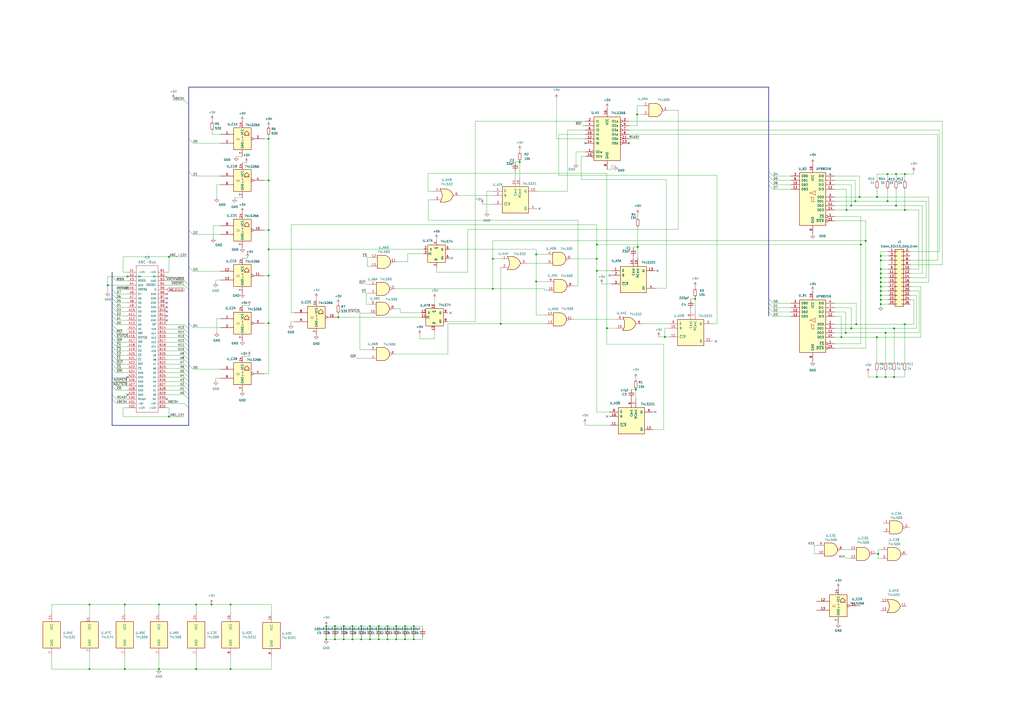
<source format=kicad_sch>
(kicad_sch (version 20230121) (generator eeschema)

  (uuid e1344761-a16d-4352-afe7-1fe017b9cf49)

  (paper "A2")

  (title_block
    (title "DataBoard 5076-00")
    (date "2023-10-10")
    (rev "v1.01")
    (company "SweProj")
    (comment 1 "Monty to 4680 int")
  )

  

  (junction (at 499.364 141.859) (diameter 0) (color 0 0 0 0)
    (uuid 052528e2-e383-4aae-84f8-951aca17a79f)
  )
  (junction (at 510.921 161.163) (diameter 0) (color 0 0 0 0)
    (uuid 061fc7e7-ec6f-4d37-a439-ff6a569b6c63)
  )
  (junction (at 493.776 190.5) (diameter 0) (color 0 0 0 0)
    (uuid 0b07d362-98e5-499d-9ca2-954b7afcfefa)
  )
  (junction (at 155.829 187.452) (diameter 0) (color 0 0 0 0)
    (uuid 0b10837e-8e25-47c9-a48e-64a7d6d0e2fb)
  )
  (junction (at 519.811 119.253) (diameter 0) (color 0 0 0 0)
    (uuid 0db0b32a-6d7d-43f0-92d1-45a802c0df94)
  )
  (junction (at 155.829 80.518) (diameter 0) (color 0 0 0 0)
    (uuid 0de68a69-df7b-4cc9-afab-587786d37f8c)
  )
  (junction (at 301.498 93.98) (diameter 0) (color 0 0 0 0)
    (uuid 0fc131df-73c3-4937-99a2-ec64b0be6886)
  )
  (junction (at 519.811 100.965) (diameter 0) (color 0 0 0 0)
    (uuid 10b075c1-fbe9-43b8-80cd-5d78df8576d0)
  )
  (junction (at 403.225 173.355) (diameter 0) (color 0 0 0 0)
    (uuid 11b36323-b85e-4120-b475-7c39fca8e9b4)
  )
  (junction (at 122.682 350.647) (diameter 0) (color 0 0 0 0)
    (uuid 16e15692-a995-4125-a7c7-73cfc8ba37f4)
  )
  (junction (at 194.31 363.22) (diameter 0) (color 0 0 0 0)
    (uuid 1792446a-985d-4027-b977-7cf3df766c46)
  )
  (junction (at 92.202 350.647) (diameter 0) (color 0 0 0 0)
    (uuid 17dc15a3-fbcc-4f5b-a1c6-9a6954ef2814)
  )
  (junction (at 385.699 195.453) (diameter 0) (color 0 0 0 0)
    (uuid 1bbd8e67-061f-45ad-8051-f464f705811a)
  )
  (junction (at 224.79 370.84) (diameter 0) (color 0 0 0 0)
    (uuid 1cf3675e-127b-44ca-96ee-9ef9d23a09b5)
  )
  (junction (at 194.31 370.84) (diameter 0) (color 0 0 0 0)
    (uuid 1f5ecc62-466f-4e4b-a0c8-34248c20aaeb)
  )
  (junction (at 508.762 114.3) (diameter 0) (color 0 0 0 0)
    (uuid 1fbd3293-3c23-4b71-b876-a5cedd2d78e8)
  )
  (junction (at 514.858 100.965) (diameter 0) (color 0 0 0 0)
    (uuid 20bde62a-31c4-4c04-98f4-a18c38c839bc)
  )
  (junction (at 196.215 184.023) (diameter 0) (color 0 0 0 0)
    (uuid 221d88c9-4fd2-4eec-985f-824975cbc373)
  )
  (junction (at 51.943 350.647) (diameter 0) (color 0 0 0 0)
    (uuid 250379e5-95d6-4fc7-b5f4-8ab4e2161846)
  )
  (junction (at 311.023 163.322) (diameter 0) (color 0 0 0 0)
    (uuid 25231252-ec1d-4533-b8e7-d0e68a328f9a)
  )
  (junction (at 513.715 218.694) (diameter 0) (color 0 0 0 0)
    (uuid 2672349f-7992-4f3c-a6d0-72c992839893)
  )
  (junction (at 240.03 363.22) (diameter 0) (color 0 0 0 0)
    (uuid 309e4290-da0e-4cf8-8034-292668b2eecf)
  )
  (junction (at 214.63 370.84) (diameter 0) (color 0 0 0 0)
    (uuid 393222b7-ac1f-4962-9cba-7a669c0bef03)
  )
  (junction (at 518.668 218.694) (diameter 0) (color 0 0 0 0)
    (uuid 3e5e5cd0-017a-4950-b73d-58b2b02c3e1a)
  )
  (junction (at 368.808 225.933) (diameter 0) (color 0 0 0 0)
    (uuid 467021e1-fd39-421f-8777-14946b95848a)
  )
  (junction (at 229.87 363.22) (diameter 0) (color 0 0 0 0)
    (uuid 54af1cce-1eee-4b53-abf4-4bfb354c00be)
  )
  (junction (at 204.47 363.22) (diameter 0) (color 0 0 0 0)
    (uuid 54efb97c-7165-4b2d-b664-c6604fe56065)
  )
  (junction (at 155.829 144.653) (diameter 0) (color 0 0 0 0)
    (uuid 57c705b9-3e00-4bba-a113-380a8ad37457)
  )
  (junction (at 502.158 139.7) (diameter 0) (color 0 0 0 0)
    (uuid 581aad9b-e192-4b7e-8ff5-fb80349f93f8)
  )
  (junction (at 189.23 370.84) (diameter 0) (color 0 0 0 0)
    (uuid 592b6584-ea24-4686-a252-4ca4ee2bc241)
  )
  (junction (at 514.858 116.713) (diameter 0) (color 0 0 0 0)
    (uuid 5af110e0-a422-4366-b5cb-0b873f302798)
  )
  (junction (at 518.668 190.5) (diameter 0) (color 0 0 0 0)
    (uuid 5cbef54b-5cd4-430a-856b-55a6fb5621d5)
  )
  (junction (at 98.044 148.971) (diameter 0) (color 0 0 0 0)
    (uuid 5cc98ed8-28cf-44fb-a42a-337adba58180)
  )
  (junction (at 513.715 193.04) (diameter 0) (color 0 0 0 0)
    (uuid 5e9d9fd1-8090-465b-a2d7-93e3edba56ed)
  )
  (junction (at 352.044 190.373) (diameter 0) (color 0 0 0 0)
    (uuid 62b21223-249c-44ee-87ec-b9e52972c7e5)
  )
  (junction (at 524.891 100.965) (diameter 0) (color 0 0 0 0)
    (uuid 672f1cfc-8b25-4a41-92ac-40c62c1e0c5c)
  )
  (junction (at 285.877 167.513) (diameter 0) (color 0 0 0 0)
    (uuid 6afaea36-fa45-4004-89f7-456d6108ed3c)
  )
  (junction (at 346.202 141.859) (diameter 0) (color 0 0 0 0)
    (uuid 6d26a60f-af11-4d1e-9420-b79d293a3fea)
  )
  (junction (at 490.982 121.793) (diameter 0) (color 0 0 0 0)
    (uuid 6fd74907-8ac6-4a16-9f9a-848061a158f4)
  )
  (junction (at 224.79 363.22) (diameter 0) (color 0 0 0 0)
    (uuid 72d3d6ca-5110-47c0-9ddf-34598e1d86fb)
  )
  (junction (at 73.914 160.401) (diameter 0) (color 0 0 0 0)
    (uuid 75b6bdbc-aeaf-4874-880b-d1ff36b83e5c)
  )
  (junction (at 234.95 363.22) (diameter 0) (color 0 0 0 0)
    (uuid 76d63834-ff92-4c96-9176-1d9decd71690)
  )
  (junction (at 510.921 166.243) (diameter 0) (color 0 0 0 0)
    (uuid 797d5297-c181-4336-93fd-dc30db7c3c48)
  )
  (junction (at 524.891 121.793) (diameter 0) (color 0 0 0 0)
    (uuid 7ba73a54-ce68-428e-97ef-5e3b3e4ece6f)
  )
  (junction (at 490.601 193.04) (diameter 0) (color 0 0 0 0)
    (uuid 7bbe4694-ea5e-46c8-8d7c-7e977cbc61ba)
  )
  (junction (at 488.061 195.58) (diameter 0) (color 0 0 0 0)
    (uuid 8601e728-9bf5-4e9f-9bb2-d6df254e8a9d)
  )
  (junction (at 510.921 151.003) (diameter 0) (color 0 0 0 0)
    (uuid 89a7564e-e598-4572-94f8-58b68a1f1be6)
  )
  (junction (at 113.792 350.647) (diameter 0) (color 0 0 0 0)
    (uuid 89dcfcb0-cb69-4597-acc4-7f80583ac6be)
  )
  (junction (at 510.921 148.463) (diameter 0) (color 0 0 0 0)
    (uuid 8ec1f25c-29d5-47dd-a31c-572bdb3e6321)
  )
  (junction (at 199.39 370.84) (diameter 0) (color 0 0 0 0)
    (uuid 9046dd0f-559a-4976-8f0f-b717f2f61e83)
  )
  (junction (at 219.71 370.84) (diameter 0) (color 0 0 0 0)
    (uuid 94c72830-7037-432d-83ae-fc1d31817a10)
  )
  (junction (at 155.829 159.893) (diameter 0) (color 0 0 0 0)
    (uuid 95c86699-56ac-4a2b-b44c-84081c8900bb)
  )
  (junction (at 199.39 363.22) (diameter 0) (color 0 0 0 0)
    (uuid 96451c4f-d9b9-4b04-8bc8-04921ddf58ab)
  )
  (junction (at 113.792 388.112) (diameter 0) (color 0 0 0 0)
    (uuid 97c6e4a9-1361-460c-9d37-f46239376b19)
  )
  (junction (at 72.39 350.647) (diameter 0) (color 0 0 0 0)
    (uuid 99215be3-aec9-49ea-ace9-56f6665b74a7)
  )
  (junction (at 219.71 363.22) (diameter 0) (color 0 0 0 0)
    (uuid 9a856c13-5294-438d-96aa-e21d50a86e16)
  )
  (junction (at 155.829 133.477) (diameter 0) (color 0 0 0 0)
    (uuid 9e24b332-d6d2-4d0c-9a2b-b0d209485606)
  )
  (junction (at 285.877 150.114) (diameter 0) (color 0 0 0 0)
    (uuid 9ee349c3-9613-4227-831a-93d33c72d8cd)
  )
  (junction (at 189.23 363.22) (diameter 0) (color 0 0 0 0)
    (uuid a07293e0-48ae-4841-8d69-f22b52c50f30)
  )
  (junction (at 133.731 350.647) (diameter 0) (color 0 0 0 0)
    (uuid a52ff036-d0d0-4e1a-a1d2-844ed4881daf)
  )
  (junction (at 204.47 370.84) (diameter 0) (color 0 0 0 0)
    (uuid a6b8d745-0b65-42ff-adf0-bc613914e099)
  )
  (junction (at 510.921 173.863) (diameter 0) (color 0 0 0 0)
    (uuid a7236d31-b217-4107-9763-70ce40db47eb)
  )
  (junction (at 155.829 104.648) (diameter 0) (color 0 0 0 0)
    (uuid ad3d9f2a-3c6a-404f-8293-46cd80da200c)
  )
  (junction (at 346.202 157.099) (diameter 0) (color 0 0 0 0)
    (uuid b261876a-26f6-4470-9867-fae9c20c7e99)
  )
  (junction (at 508.635 218.694) (diameter 0) (color 0 0 0 0)
    (uuid b2fcf4f3-6c2f-473c-a4b5-a2bbb87f2258)
  )
  (junction (at 493.776 119.253) (diameter 0) (color 0 0 0 0)
    (uuid b519d58e-9268-4176-804a-7676948c00c0)
  )
  (junction (at 72.39 388.112) (diameter 0) (color 0 0 0 0)
    (uuid b64a8279-69ec-4e30-94ee-0b2ff96681e2)
  )
  (junction (at 369.951 143.256) (diameter 0) (color 0 0 0 0)
    (uuid b9e1be20-32eb-4cf3-9ae5-1d5d63d1487a)
  )
  (junction (at 290.449 187.833) (diameter 0) (color 0 0 0 0)
    (uuid baf4e651-4e26-491e-849b-47aae9e5dd05)
  )
  (junction (at 62.484 165.481) (diameter 0) (color 0 0 0 0)
    (uuid bc7243a7-4083-4c49-bc6d-caedc1b95983)
  )
  (junction (at 369.57 66.421) (diameter 0) (color 0 0 0 0)
    (uuid c28b65de-0fcf-4f1d-8a6f-e377a7e65891)
  )
  (junction (at 229.87 370.84) (diameter 0) (color 0 0 0 0)
    (uuid c4dee15a-1bd3-47ac-a989-f9303908b953)
  )
  (junction (at 498.602 114.3) (diameter 0) (color 0 0 0 0)
    (uuid c766ae45-8178-4814-8080-721bbe56d21f)
  )
  (junction (at 209.55 370.84) (diameter 0) (color 0 0 0 0)
    (uuid cc0953f3-a049-4696-95a8-5b13f9eb4f96)
  )
  (junction (at 496.697 188.087) (diameter 0) (color 0 0 0 0)
    (uuid d155452a-d075-4be8-b151-bc5cbf425e43)
  )
  (junction (at 346.202 150.114) (diameter 0) (color 0 0 0 0)
    (uuid d949fe8b-e21b-452c-bd92-c61a31d9830f)
  )
  (junction (at 508.635 195.58) (diameter 0) (color 0 0 0 0)
    (uuid dbc2ed50-42f1-42d5-a831-10a5ab91b0d3)
  )
  (junction (at 51.943 388.112) (diameter 0) (color 0 0 0 0)
    (uuid de0d60db-8f22-4e37-b6f6-a69d5aad70bd)
  )
  (junction (at 311.023 147.574) (diameter 0) (color 0 0 0 0)
    (uuid dffd7609-8772-4965-b7ae-31b6cb4f22d0)
  )
  (junction (at 209.55 363.22) (diameter 0) (color 0 0 0 0)
    (uuid e29c2c20-650e-41e1-825f-6ae93437483a)
  )
  (junction (at 510.921 168.783) (diameter 0) (color 0 0 0 0)
    (uuid e2fbfdc3-6da7-428c-b68e-463e0274a85f)
  )
  (junction (at 510.921 171.323) (diameter 0) (color 0 0 0 0)
    (uuid e4f5412c-1397-4191-8982-dbf1b176b108)
  )
  (junction (at 510.921 176.403) (diameter 0) (color 0 0 0 0)
    (uuid e65ca791-7ceb-4c94-b7c3-ee89608272cc)
  )
  (junction (at 524.764 188.087) (diameter 0) (color 0 0 0 0)
    (uuid e72de6f7-2e7c-4347-94c7-61017dea7f6f)
  )
  (junction (at 214.63 363.22) (diameter 0) (color 0 0 0 0)
    (uuid e8762327-08bb-41e9-8750-e9a150ced230)
  )
  (junction (at 240.03 370.84) (diameter 0) (color 0 0 0 0)
    (uuid e8c69f34-9659-4f71-81cf-a70cd3f39303)
  )
  (junction (at 510.921 156.083) (diameter 0) (color 0 0 0 0)
    (uuid ec09a768-4dc6-409f-a6bf-db8f92a1d19e)
  )
  (junction (at 234.95 370.84) (diameter 0) (color 0 0 0 0)
    (uuid ec700de9-c8e4-47db-a171-ce73f7ebc83b)
  )
  (junction (at 496.189 116.713) (diameter 0) (color 0 0 0 0)
    (uuid ee26f436-55d2-42e5-aa19-31da9f66420c)
  )
  (junction (at 133.731 388.112) (diameter 0) (color 0 0 0 0)
    (uuid eee21a41-32ef-42bc-af44-82b2acbf91bd)
  )
  (junction (at 510.921 163.703) (diameter 0) (color 0 0 0 0)
    (uuid f6237a56-2f83-4400-89da-9c7c6685d7ce)
  )
  (junction (at 510.921 158.623) (diameter 0) (color 0 0 0 0)
    (uuid f6f360a6-935d-453d-aba8-d0af683be396)
  )
  (junction (at 92.202 388.112) (diameter 0) (color 0 0 0 0)
    (uuid fd7aec49-b26e-443f-b81f-30abb4fc2834)
  )
  (junction (at 98.044 241.681) (diameter 0) (color 0 0 0 0)
    (uuid ff2206c5-16fc-4678-bb7c-4b796b3360f3)
  )
  (junction (at 509.397 321.31) (diameter 0) (color 0 0 0 0)
    (uuid ff8f1fbb-eab0-451b-80a0-f3f275723235)
  )

  (no_connect (at 381.381 157.099) (uuid 06c0b398-f976-4f35-9b05-d69bd5e44b06))
  (no_connect (at 352.171 241.554) (uuid 1325791f-aa98-4779-aed2-1c5914d0d6d0))
  (no_connect (at 96.774 175.641) (uuid 16bfdf8b-4ff4-4fdb-9d6e-4cec12910acc))
  (no_connect (at 262.001 149.733) (uuid 1a300d92-fe9b-4ef4-955b-9f4a8ad03962))
  (no_connect (at 415.29 197.993) (uuid 2248a912-664e-4818-b6f5-f7190e5a3dee))
  (no_connect (at 353.695 159.766) (uuid 24bdc251-e682-44ca-806b-d02872fdd3d4))
  (no_connect (at 96.774 185.801) (uuid 3f780a80-fc47-49d8-8b54-3f10de636578))
  (no_connect (at 96.774 183.261) (uuid 44d2d1a3-06b1-4dfb-9900-815abffa5225))
  (no_connect (at 96.774 231.521) (uuid 4b9813f6-816b-4eca-8ebf-307799df2dd1))
  (no_connect (at 339.471 83.058) (uuid 5a0172f0-5941-413d-bdee-3140b7dbe25b))
  (no_connect (at 312.928 121.031) (uuid 7d749f55-7411-4f3f-a746-398a77bd4107))
  (no_connect (at 73.914 228.981) (uuid 878635a3-101d-4100-b5d0-3826866f8f56))
  (no_connect (at 73.914 218.821) (uuid 96ed4486-b8dc-4cc0-8ee3-ae3e88a1edff))
  (no_connect (at 380.111 239.014) (uuid bd62f7fc-7be4-4660-937e-b1c8ee5a38ce))
  (no_connect (at 364.871 83.058) (uuid c3cbc405-bd8c-4141-94d4-9b0319aa16ec))
  (no_connect (at 96.774 180.721) (uuid d0c908f3-c49a-4102-a84a-c37518a31711))
  (no_connect (at 96.774 178.181) (uuid db37e3d7-2152-49eb-9897-bdc83693242d))
  (no_connect (at 96.774 173.101) (uuid dcc42455-5ffb-47a0-8fa4-2004cbb9c310))
  (no_connect (at 261.366 181.483) (uuid ebbb5329-36e7-493a-8ee7-55935fe3a11d))
  (no_connect (at 96.774 170.561) (uuid f7320d7a-4719-4302-98a0-da200e219076))

  (bus_entry (at 106.934 211.201) (size 2.54 2.54)
    (stroke (width 0) (type default))
    (uuid 01053439-3015-4b3f-9392-b3ffb976db5e)
  )
  (bus_entry (at 109.474 80.518) (size 2.54 2.54)
    (stroke (width 0) (type default))
    (uuid 02aa8ff0-aa69-431a-a0e8-7da2fb604b96)
  )
  (bus_entry (at 448.437 178.435) (size -2.54 -2.54)
    (stroke (width 0) (type default))
    (uuid 0a95ac7d-4ccb-4003-83ae-5aee6ea23afa)
  )
  (bus_entry (at 109.474 133.477) (size 2.54 2.54)
    (stroke (width 0) (type default))
    (uuid 0c9fe4f6-e00f-4780-bdc4-5a2ac35cc084)
  )
  (bus_entry (at 106.934 203.581) (size 2.54 2.54)
    (stroke (width 0) (type default))
    (uuid 0f3b42ce-e00c-4ef2-945a-af781727f7d8)
  )
  (bus_entry (at 65.024 231.521) (size 2.54 2.54)
    (stroke (width 0) (type default))
    (uuid 1de07041-f163-4db2-86c4-cadf86f74e0c)
  )
  (bus_entry (at 448.437 107.188) (size -2.54 -2.54)
    (stroke (width 0) (type default))
    (uuid 1e854e46-0ace-4d8e-be55-0f6bc34b3d1b)
  )
  (bus_entry (at 106.934 188.341) (size 2.54 2.54)
    (stroke (width 0) (type default))
    (uuid 254af5d5-43d0-470a-b40f-149cce2e5b63)
  )
  (bus_entry (at 65.024 193.421) (size 2.54 2.54)
    (stroke (width 0) (type default))
    (uuid 2913c644-b707-463b-8ca1-68bddaec7993)
  )
  (bus_entry (at 109.474 99.568) (size 2.54 2.54)
    (stroke (width 0) (type default))
    (uuid 29b59726-78f1-4ddf-9850-a96bb678d4ea)
  )
  (bus_entry (at 448.437 102.108) (size -2.54 -2.54)
    (stroke (width 0) (type default))
    (uuid 2ce13aec-dd11-4ad5-a5de-e1510d636c9d)
  )
  (bus_entry (at 65.024 208.661) (size 2.54 2.54)
    (stroke (width 0) (type default))
    (uuid 2ecce6ff-c290-417f-b224-1ddce1a62be5)
  )
  (bus_entry (at 65.024 211.201) (size 2.54 2.54)
    (stroke (width 0) (type default))
    (uuid 316cec35-c6a3-4c8b-b432-23ada430a236)
  )
  (bus_entry (at 106.934 228.981) (size 2.54 2.54)
    (stroke (width 0) (type default))
    (uuid 3eb37a20-661e-4c2e-a039-cd876af3cb00)
  )
  (bus_entry (at 109.474 187.452) (size 2.54 2.54)
    (stroke (width 0) (type default))
    (uuid 3fea4113-c862-4bcd-b05f-634d9bc47f90)
  )
  (bus_entry (at 109.474 211.709) (size 2.54 2.54)
    (stroke (width 0) (type default))
    (uuid 43e6436a-608a-4001-8f98-af700ea57504)
  )
  (bus_entry (at 65.024 218.821) (size 2.54 2.54)
    (stroke (width 0) (type default))
    (uuid 4ac6a1c5-783e-4208-8b32-ebfc6c1e73fd)
  )
  (bus_entry (at 106.934 165.481) (size 2.54 2.54)
    (stroke (width 0) (type default))
    (uuid 4e809a2e-e3e4-4d85-9c39-b6ac4492e7e1)
  )
  (bus_entry (at 65.024 190.881) (size 2.54 2.54)
    (stroke (width 0) (type default))
    (uuid 5327d624-e07f-4177-a3a5-da8616353e9f)
  )
  (bus_entry (at 448.437 180.975) (size -2.54 -2.54)
    (stroke (width 0) (type default))
    (uuid 56124955-7cf9-4e1f-98af-039d70d5f243)
  )
  (bus_entry (at 65.024 168.021) (size 2.54 2.54)
    (stroke (width 0) (type default))
    (uuid 5f8c98ea-b010-499b-b676-b3bb0d6392f9)
  )
  (bus_entry (at 106.934 218.821) (size 2.54 2.54)
    (stroke (width 0) (type default))
    (uuid 6191a6b0-4bae-402a-be45-a932057344e0)
  )
  (bus_entry (at 106.934 198.501) (size 2.54 2.54)
    (stroke (width 0) (type default))
    (uuid 685d1f8d-1826-40b4-bbc6-987755cbb9c9)
  )
  (bus_entry (at 65.024 201.041) (size 2.54 2.54)
    (stroke (width 0) (type default))
    (uuid 6d5fb875-4042-4380-9b98-8a02b92cebaf)
  )
  (bus_entry (at 106.934 234.061) (size 2.54 2.54)
    (stroke (width 0) (type default))
    (uuid 6f07cf57-0a95-444d-8582-8f6ebce84c64)
  )
  (bus_entry (at 448.437 175.895) (size -2.54 -2.54)
    (stroke (width 0) (type default))
    (uuid 710d2272-4b87-4e64-97ec-61cb8f7b8200)
  )
  (bus_entry (at 65.024 173.101) (size 2.54 2.54)
    (stroke (width 0) (type default))
    (uuid 74ebbf4b-8ea4-408d-a6f7-1862679be319)
  )
  (bus_entry (at 65.024 195.961) (size 2.54 2.54)
    (stroke (width 0) (type default))
    (uuid 77359e95-30e7-4577-a59d-8656fc4ab594)
  )
  (bus_entry (at 106.934 58.166) (size 2.54 2.54)
    (stroke (width 0) (type default))
    (uuid 7b1aad07-f9df-4a2b-8328-5d3480fb06fb)
  )
  (bus_entry (at 65.024 213.741) (size 2.54 2.54)
    (stroke (width 0) (type default))
    (uuid 7da96928-0323-4b57-a856-6e89fd5cfc85)
  )
  (bus_entry (at 65.024 198.501) (size 2.54 2.54)
    (stroke (width 0) (type default))
    (uuid 7debabe0-7f59-4b3e-a92c-1d17cc091745)
  )
  (bus_entry (at 65.024 160.401) (size 2.54 2.54)
    (stroke (width 0) (type default))
    (uuid 7fa3101a-7f68-468c-bfe6-764fef7057e3)
  )
  (bus_entry (at 106.934 221.361) (size 2.54 2.54)
    (stroke (width 0) (type default))
    (uuid 8b2be389-e523-4162-b20c-5d99dee34033)
  )
  (bus_entry (at 65.024 223.901) (size 2.54 2.54)
    (stroke (width 0) (type default))
    (uuid 8ee4b4b8-97b6-4c67-8531-21dbaf94ef0f)
  )
  (bus_entry (at 106.934 208.661) (size 2.54 2.54)
    (stroke (width 0) (type default))
    (uuid 9324b280-26e9-445b-bfe6-7ff38039cc2c)
  )
  (bus_entry (at 106.934 216.281) (size 2.54 2.54)
    (stroke (width 0) (type default))
    (uuid 935c0088-085f-45f1-a622-671c085e74d3)
  )
  (bus_entry (at 109.474 154.813) (size 2.54 2.54)
    (stroke (width 0) (type default))
    (uuid 9c6cf58a-4a0b-4362-bc11-682e10735686)
  )
  (bus_entry (at 106.934 201.041) (size 2.54 2.54)
    (stroke (width 0) (type default))
    (uuid 9cc39e3d-3ab1-4a2f-b374-9f0481bc2b2b)
  )
  (bus_entry (at 65.024 206.121) (size 2.54 2.54)
    (stroke (width 0) (type default))
    (uuid 9e11ec75-4b01-4012-bf0a-e3bdaf18eb84)
  )
  (bus_entry (at 448.437 104.648) (size -2.54 -2.54)
    (stroke (width 0) (type default))
    (uuid a1e7ada3-0dc2-403c-8792-e0e91a917c09)
  )
  (bus_entry (at 106.934 193.421) (size 2.54 2.54)
    (stroke (width 0) (type default))
    (uuid a50b90e3-70fb-4a39-ac9d-1076e17f11e2)
  )
  (bus_entry (at 106.934 226.441) (size 2.54 2.54)
    (stroke (width 0) (type default))
    (uuid af21fd31-5243-4993-99cf-0729b979b6e6)
  )
  (bus_entry (at 448.437 183.515) (size -2.54 -2.54)
    (stroke (width 0) (type default))
    (uuid b423effc-2c83-475e-bb3a-89c6758ea651)
  )
  (bus_entry (at 106.934 213.741) (size 2.54 2.54)
    (stroke (width 0) (type default))
    (uuid b501700f-a042-43ef-b024-a30dfc0e66df)
  )
  (bus_entry (at 106.934 162.941) (size 2.54 2.54)
    (stroke (width 0) (type default))
    (uuid bb0ca659-b2ab-4efb-af05-45592dd79849)
  )
  (bus_entry (at 106.934 223.901) (size 2.54 2.54)
    (stroke (width 0) (type default))
    (uuid be57e6a7-1d18-47e2-96ab-77f1bba1be8c)
  )
  (bus_entry (at 65.024 221.361) (size 2.54 2.54)
    (stroke (width 0) (type default))
    (uuid c03c227c-070c-4900-a851-c0b43e4039f3)
  )
  (bus_entry (at 65.024 170.561) (size 2.54 2.54)
    (stroke (width 0) (type default))
    (uuid c67490ce-b99b-481d-a3c6-35aa62336163)
  )
  (bus_entry (at 65.024 228.981) (size 2.54 2.54)
    (stroke (width 0) (type default))
    (uuid c9d25756-9989-4873-af1c-7c49d63f3bd0)
  )
  (bus_entry (at 106.934 190.881) (size 2.54 2.54)
    (stroke (width 0) (type default))
    (uuid cab92929-90c6-4749-8323-aeae47aabf6c)
  )
  (bus_entry (at 65.024 175.641) (size 2.54 2.54)
    (stroke (width 0) (type default))
    (uuid cf4a173e-f729-41c6-a15e-ac2a1c006a13)
  )
  (bus_entry (at 106.934 206.121) (size 2.54 2.54)
    (stroke (width 0) (type default))
    (uuid d96126b7-a15b-4af6-bfb2-996ef68e49a9)
  )
  (bus_entry (at 65.024 185.801) (size 2.54 2.54)
    (stroke (width 0) (type default))
    (uuid ddd45130-dbcb-4d82-8e87-6cecf128a3a1)
  )
  (bus_entry (at 65.024 180.721) (size 2.54 2.54)
    (stroke (width 0) (type default))
    (uuid ea2c2b10-f306-4c84-8da0-6f245d853ced)
  )
  (bus_entry (at 65.024 203.581) (size 2.54 2.54)
    (stroke (width 0) (type default))
    (uuid ec791be9-44f7-4234-8cac-12d400b81293)
  )
  (bus_entry (at 106.934 195.961) (size 2.54 2.54)
    (stroke (width 0) (type default))
    (uuid f2249e77-30d1-47b9-87b1-f0b40aee6bd9)
  )
  (bus_entry (at 65.024 183.261) (size 2.54 2.54)
    (stroke (width 0) (type default))
    (uuid f2bf9b43-f67f-4fd3-87ab-6bfcadfbc47c)
  )
  (bus_entry (at 65.024 178.181) (size 2.54 2.54)
    (stroke (width 0) (type default))
    (uuid f4dfcb85-e568-4b31-906f-547cb7b768d3)
  )
  (bus_entry (at 65.024 188.341) (size 2.54 2.54)
    (stroke (width 0) (type default))
    (uuid f64a2b66-9a7f-43e7-b080-37f6688bef49)
  )
  (bus_entry (at 448.437 109.728) (size -2.54 -2.54)
    (stroke (width 0) (type default))
    (uuid f96b01a9-7972-435f-8826-6559ed0d4b05)
  )

  (wire (pts (xy 229.87 370.84) (xy 224.79 370.84))
    (stroke (width 0) (type default))
    (uuid 0109ee4f-5d99-4327-88b3-62f23b5bfb44)
  )
  (bus (pts (xy 445.897 104.648) (xy 445.897 102.108))
    (stroke (width 0) (type default))
    (uuid 0194313c-6295-4c82-851d-df23fb271dfe)
  )

  (wire (pts (xy 524.891 100.965) (xy 519.811 100.965))
    (stroke (width 0) (type default))
    (uuid 0195daa4-6fe9-42e7-9bf7-bb6eff3a08f8)
  )
  (wire (pts (xy 155.829 187.452) (xy 155.829 216.789))
    (stroke (width 0) (type default))
    (uuid 01f9d02b-952a-40d6-bc03-ca87584f5b1a)
  )
  (wire (pts (xy 252.095 173.228) (xy 252.095 176.403))
    (stroke (width 0) (type default))
    (uuid 022303d6-159f-421b-9c3f-d10b290d877c)
  )
  (wire (pts (xy 72.39 350.647) (xy 92.202 350.647))
    (stroke (width 0) (type default))
    (uuid 032bd277-eb24-4a60-8a36-0a29e7fcdb41)
  )
  (wire (pts (xy 113.792 350.647) (xy 122.682 350.647))
    (stroke (width 0) (type default))
    (uuid 03894722-9bea-4b67-bef7-a4bf15f867ce)
  )
  (bus (pts (xy 109.474 211.709) (xy 109.474 213.741))
    (stroke (width 0) (type default))
    (uuid 038b5621-d891-4275-bdc7-b60f88583dce)
  )

  (wire (pts (xy 498.602 102.108) (xy 498.602 114.3))
    (stroke (width 0) (type default))
    (uuid 03950e0d-dd11-4743-bec1-3f906d9577b6)
  )
  (wire (pts (xy 285.877 167.513) (xy 315.849 167.513))
    (stroke (width 0) (type default))
    (uuid 039b3429-94a8-4c7f-be6a-f7f6ca65864e)
  )
  (wire (pts (xy 212.979 154.432) (xy 215.011 154.432))
    (stroke (width 0) (type default))
    (uuid 0516eb9a-0085-4d7d-8258-70a25bb51395)
  )
  (wire (pts (xy 301.498 87.249) (xy 301.498 88.265))
    (stroke (width 0) (type default))
    (uuid 051fc3e2-ab1d-4f8b-a1d9-07765987994c)
  )
  (wire (pts (xy 92.202 388.112) (xy 92.202 381))
    (stroke (width 0) (type default))
    (uuid 0568c853-e863-4fca-af6f-f16292e38f53)
  )
  (wire (pts (xy 315.849 167.513) (xy 315.849 168.402))
    (stroke (width 0) (type default))
    (uuid 05b9b208-0314-4824-8468-ff5e42b2a76b)
  )
  (wire (pts (xy 298.958 94.361) (xy 298.958 93.98))
    (stroke (width 0) (type default))
    (uuid 069fbbc9-3a48-4806-a88a-7b474e5abdd7)
  )
  (wire (pts (xy 518.668 190.5) (xy 518.668 210.058))
    (stroke (width 0) (type default))
    (uuid 071ecbb2-233d-47d3-9e91-a549c9adfec7)
  )
  (wire (pts (xy 282.448 122.936) (xy 282.448 110.871))
    (stroke (width 0) (type default))
    (uuid 0730dfa6-6c51-40fb-b4a0-9f41ee8f9b0a)
  )
  (wire (pts (xy 493.776 107.188) (xy 493.776 119.253))
    (stroke (width 0) (type default))
    (uuid 07ce2e94-5e97-4aee-8b99-fd3006aa7429)
  )
  (wire (pts (xy 73.914 160.401) (xy 96.774 160.401))
    (stroke (width 0) (type default))
    (uuid 0800fb56-4501-4d3a-ab33-a611c61f520c)
  )
  (bus (pts (xy 109.474 60.706) (xy 109.474 80.518))
    (stroke (width 0) (type default))
    (uuid 084c6f1c-9be7-4d6b-9a5c-752ab33ab147)
  )

  (wire (pts (xy 511.048 318.897) (xy 509.397 318.897))
    (stroke (width 0) (type default))
    (uuid 0a8e6995-cd67-4090-8f1d-c1e2c4ef8752)
  )
  (bus (pts (xy 109.474 193.421) (xy 109.474 195.961))
    (stroke (width 0) (type default))
    (uuid 0ba2283c-57b7-4090-b097-42d5fd7aa61d)
  )

  (wire (pts (xy 71.374 157.861) (xy 71.374 148.971))
    (stroke (width 0) (type default))
    (uuid 0c69802e-d044-4d93-8aba-3ab35c477641)
  )
  (wire (pts (xy 510.921 176.403) (xy 510.921 177.546))
    (stroke (width 0) (type default))
    (uuid 0c7d8bc4-3ab7-4433-bfae-a43fc69ad598)
  )
  (wire (pts (xy 337.185 90.678) (xy 339.471 90.678))
    (stroke (width 0) (type default))
    (uuid 0c81c7b0-beec-4f07-af41-2de2034695a0)
  )
  (wire (pts (xy 214.376 176.53) (xy 212.471 176.53))
    (stroke (width 0) (type default))
    (uuid 0d938380-146a-4f43-8da8-a7049b089978)
  )
  (wire (pts (xy 232.156 179.07) (xy 232.156 181.483))
    (stroke (width 0) (type default))
    (uuid 0e235ab5-2fba-4586-aaec-2177423e7168)
  )
  (wire (pts (xy 484.124 180.975) (xy 490.601 180.975))
    (stroke (width 0) (type default))
    (uuid 0f3f8bd1-1a93-41ed-b209-dab28925c3d9)
  )
  (wire (pts (xy 352.044 100.584) (xy 352.044 190.373))
    (stroke (width 0) (type default))
    (uuid 10256f2d-146e-4954-a88b-17d846f234bc)
  )
  (wire (pts (xy 335.28 127.762) (xy 248.412 127.762))
    (stroke (width 0) (type default))
    (uuid 122f0fca-f4ff-4dd3-912d-b8e71874c97f)
  )
  (wire (pts (xy 510.921 156.083) (xy 510.921 158.623))
    (stroke (width 0) (type default))
    (uuid 128f299f-0178-4a26-aa7e-28d4000846dd)
  )
  (wire (pts (xy 346.202 141.859) (xy 499.364 141.859))
    (stroke (width 0) (type default))
    (uuid 13817bfb-a7a5-4c2c-9b11-c4bd3f278b51)
  )
  (wire (pts (xy 484.124 121.793) (xy 490.982 121.793))
    (stroke (width 0) (type default))
    (uuid 13a3b9c4-1fb1-4687-9f1b-326bf424f6ed)
  )
  (wire (pts (xy 366.268 226.06) (xy 366.268 225.933))
    (stroke (width 0) (type default))
    (uuid 14084275-652a-45e3-9a84-2e6a68a24bc7)
  )
  (wire (pts (xy 528.066 168.783) (xy 533.146 168.783))
    (stroke (width 0) (type default))
    (uuid 143e2b51-b5fa-4157-8b1d-0c7a8b1667ec)
  )
  (bus (pts (xy 109.474 231.521) (xy 109.474 236.601))
    (stroke (width 0) (type default))
    (uuid 14fbaf0c-892b-4062-92c4-35c899f353ca)
  )
  (bus (pts (xy 65.024 193.421) (xy 65.024 195.961))
    (stroke (width 0) (type default))
    (uuid 15c83ce9-95ff-493c-b8d4-635c6ab9e277)
  )

  (wire (pts (xy 113.792 388.112) (xy 92.202 388.112))
    (stroke (width 0) (type default))
    (uuid 1614f58f-69a7-4930-bf04-4f1b3cc876e3)
  )
  (wire (pts (xy 143.637 149.733) (xy 143.637 149.606))
    (stroke (width 0) (type default))
    (uuid 170636bf-2959-4716-8292-87d314508f6a)
  )
  (wire (pts (xy 346.202 141.859) (xy 346.202 150.114))
    (stroke (width 0) (type default))
    (uuid 17962d49-c258-42a6-b031-56d05e41a145)
  )
  (wire (pts (xy 194.31 363.22) (xy 194.31 364.49))
    (stroke (width 0) (type default))
    (uuid 17e757ce-c984-4a16-8b3f-03667b1a7768)
  )
  (wire (pts (xy 67.564 193.421) (xy 73.914 193.421))
    (stroke (width 0) (type default))
    (uuid 18ecc8b4-dc07-49f0-b8ec-13beaded1f5d)
  )
  (wire (pts (xy 73.914 221.361) (xy 67.564 221.361))
    (stroke (width 0) (type default))
    (uuid 19394d26-4713-4eaf-8d88-9dce552a7fa7)
  )
  (wire (pts (xy 499.364 141.859) (xy 499.364 199.39))
    (stroke (width 0) (type default))
    (uuid 194bb50b-9fda-44f1-9c7d-8b307ac76709)
  )
  (wire (pts (xy 543.941 151.003) (xy 528.066 151.003))
    (stroke (width 0) (type default))
    (uuid 1959196a-2fe2-45a7-907c-8061e0069825)
  )
  (bus (pts (xy 65.024 198.501) (xy 65.024 201.041))
    (stroke (width 0) (type default))
    (uuid 1971925b-21e7-4bd6-b897-ecb681775268)
  )

  (wire (pts (xy 98.044 148.971) (xy 98.044 157.861))
    (stroke (width 0) (type default))
    (uuid 199d07b0-b4d9-4d41-9213-49d22c15e2a0)
  )
  (wire (pts (xy 123.698 130.937) (xy 127.889 130.937))
    (stroke (width 0) (type default))
    (uuid 1a3c92d5-0309-4685-928a-1db26d2d81bf)
  )
  (wire (pts (xy 125.73 107.188) (xy 125.73 114.681))
    (stroke (width 0) (type default))
    (uuid 1b88b317-1528-432f-b185-61520354a83d)
  )
  (wire (pts (xy 386.588 104.14) (xy 386.588 167.259))
    (stroke (width 0) (type default))
    (uuid 1ce5a89b-c0f2-49e3-be20-bca712dafada)
  )
  (wire (pts (xy 219.71 370.84) (xy 214.63 370.84))
    (stroke (width 0) (type default))
    (uuid 1e1e3204-cb60-45f9-97d0-e1245816989d)
  )
  (wire (pts (xy 96.774 223.901) (xy 106.934 223.901))
    (stroke (width 0) (type default))
    (uuid 1eac8166-97f8-496b-9e8b-3a8b70f51ed1)
  )
  (wire (pts (xy 67.564 226.441) (xy 73.914 226.441))
    (stroke (width 0) (type default))
    (uuid 1f82062f-d84b-4b1e-b04a-f47548be91fb)
  )
  (wire (pts (xy 513.715 193.04) (xy 513.715 210.058))
    (stroke (width 0) (type default))
    (uuid 1ff794cd-dde5-4b57-9fa3-87d3b977cf2b)
  )
  (wire (pts (xy 538.734 114.3) (xy 538.734 163.703))
    (stroke (width 0) (type default))
    (uuid 202c401d-72c1-49b0-b85c-88813507f52d)
  )
  (wire (pts (xy 206.502 207.899) (xy 214.5284 207.899))
    (stroke (width 0) (type default))
    (uuid 20eea0f3-a1d6-471b-af41-ab464ad45f22)
  )
  (wire (pts (xy 413.385 187.833) (xy 415.925 187.833))
    (stroke (width 0) (type default))
    (uuid 2209288b-f634-4ff6-b4a2-708b1d4b095c)
  )
  (wire (pts (xy 372.618 66.421) (xy 369.57 66.421))
    (stroke (width 0) (type default))
    (uuid 2211aad5-4cc6-44c0-b74e-7ed7d8e286db)
  )
  (bus (pts (xy 109.474 133.477) (xy 109.474 154.813))
    (stroke (width 0) (type default))
    (uuid 22513168-1c95-40be-9ca4-0ef307cdc788)
  )

  (wire (pts (xy 508.762 109.601) (xy 508.762 114.3))
    (stroke (width 0) (type default))
    (uuid 231a6099-07f1-40e3-bba7-fba1e3b383dc)
  )
  (wire (pts (xy 354.965 96.139) (xy 357.124 96.139))
    (stroke (width 0) (type default))
    (uuid 236f257a-19b6-4809-885e-d599d177c1fa)
  )
  (wire (pts (xy 127.889 107.188) (xy 125.73 107.188))
    (stroke (width 0) (type default))
    (uuid 24b72afc-fef3-4688-a5de-e93cdcda1275)
  )
  (wire (pts (xy 224.79 370.84) (xy 224.79 369.57))
    (stroke (width 0) (type default))
    (uuid 25195394-dd1d-4dbb-84f4-c5602edea8fd)
  )
  (wire (pts (xy 62.484 165.481) (xy 73.914 165.481))
    (stroke (width 0) (type default))
    (uuid 25a80899-e4aa-46ad-b09c-edbfdf3abb92)
  )
  (wire (pts (xy 199.39 370.84) (xy 199.39 369.57))
    (stroke (width 0) (type default))
    (uuid 265bf88a-479a-4854-9704-ff87308cf041)
  )
  (wire (pts (xy 275.717 186.563) (xy 275.717 70.358))
    (stroke (width 0) (type default))
    (uuid 268b13e4-b10b-40f4-895a-6c8d1276ffc5)
  )
  (wire (pts (xy 168.91 130.302) (xy 168.91 181.483))
    (stroke (width 0) (type default))
    (uuid 26f8bd6f-c020-4076-8b83-fe482dcefed4)
  )
  (wire (pts (xy 515.366 158.623) (xy 510.921 158.623))
    (stroke (width 0) (type default))
    (uuid 270abd8b-c32f-4771-aa40-8586001357f9)
  )
  (wire (pts (xy 67.564 188.341) (xy 73.914 188.341))
    (stroke (width 0) (type default))
    (uuid 275e91ec-41d8-47d8-a54c-4063d9a51884)
  )
  (wire (pts (xy 194.31 370.84) (xy 189.23 370.84))
    (stroke (width 0) (type default))
    (uuid 27945fe8-b330-4d4f-94b9-212cdfc41193)
  )
  (wire (pts (xy 524.891 104.521) (xy 524.891 100.965))
    (stroke (width 0) (type default))
    (uuid 28984a61-a378-4d99-8eec-170e26b17d52)
  )
  (bus (pts (xy 65.024 180.721) (xy 65.024 183.261))
    (stroke (width 0) (type default))
    (uuid 289dc86c-bfb9-495e-875f-beebc7a225d6)
  )

  (wire (pts (xy 240.03 363.22) (xy 245.11 363.22))
    (stroke (width 0) (type default))
    (uuid 28e26bff-e995-4375-8da3-062472d4163d)
  )
  (wire (pts (xy 208.788 202.819) (xy 208.788 181.61))
    (stroke (width 0) (type default))
    (uuid 29e4d918-5a29-42cf-ab89-778c034bf9ad)
  )
  (bus (pts (xy 445.897 173.355) (xy 445.897 107.188))
    (stroke (width 0) (type default))
    (uuid 2a390ebe-ba06-484c-975f-82bab7ee3710)
  )

  (wire (pts (xy 253.238 138.684) (xy 253.238 139.573))
    (stroke (width 0) (type default))
    (uuid 2b6fe4ba-f395-4837-a97c-d4021e228e59)
  )
  (wire (pts (xy 98.044 241.681) (xy 106.934 241.681))
    (stroke (width 0) (type default))
    (uuid 2be68fb3-c857-4edd-9814-776fb94e1068)
  )
  (wire (pts (xy 219.71 363.22) (xy 224.79 363.22))
    (stroke (width 0) (type default))
    (uuid 2c3db224-03eb-47fc-9732-a31b0712b2e8)
  )
  (wire (pts (xy 472.44 321.31) (xy 474.345 321.31))
    (stroke (width 0) (type default))
    (uuid 2c424d42-ac47-498e-b645-de7eabdb2295)
  )
  (wire (pts (xy 67.564 195.961) (xy 73.914 195.961))
    (stroke (width 0) (type default))
    (uuid 2c71b5b2-0200-4d32-9cec-e4545effb512)
  )
  (wire (pts (xy 510.921 151.003) (xy 510.921 156.083))
    (stroke (width 0) (type default))
    (uuid 2c92867d-57e9-48f6-856c-7ea23b4ac08f)
  )
  (wire (pts (xy 322.834 80.518) (xy 339.471 80.518))
    (stroke (width 0) (type default))
    (uuid 2ca075a1-f53d-4a79-bb48-d5545d479499)
  )
  (bus (pts (xy 65.024 201.041) (xy 65.024 203.581))
    (stroke (width 0) (type default))
    (uuid 2cc36ce5-fe57-40f2-ae9e-82485435e074)
  )

  (wire (pts (xy 234.95 363.22) (xy 234.95 364.49))
    (stroke (width 0) (type default))
    (uuid 2dcdea11-4823-4693-a455-5cd12721441d)
  )
  (wire (pts (xy 510.921 148.463) (xy 510.921 151.003))
    (stroke (width 0) (type default))
    (uuid 2dd4b90c-369a-48de-b254-1b685a9a8274)
  )
  (wire (pts (xy 67.564 173.101) (xy 73.914 173.101))
    (stroke (width 0) (type default))
    (uuid 2e11bf5a-8638-481d-b38a-7830b2f20080)
  )
  (wire (pts (xy 384.937 199.771) (xy 352.044 199.771))
    (stroke (width 0) (type default))
    (uuid 2eedb53a-59c0-44e5-ba4e-0c4d1fa26b59)
  )
  (wire (pts (xy 137.033 90.805) (xy 140.589 90.805))
    (stroke (width 0) (type default))
    (uuid 2f219ad7-5155-4bc5-8dc5-a447a7251a75)
  )
  (wire (pts (xy 96.774 226.441) (xy 106.934 226.441))
    (stroke (width 0) (type default))
    (uuid 2ff14ad0-2d0d-468d-a5a1-1cfd8d8dc36f)
  )
  (wire (pts (xy 369.951 143.256) (xy 369.951 149.479))
    (stroke (width 0) (type default))
    (uuid 308f2873-cffa-4bd3-95e4-f7333d0f487d)
  )
  (wire (pts (xy 305.689 152.654) (xy 316.865 152.654))
    (stroke (width 0) (type default))
    (uuid 316b1052-c743-4b46-9ba1-9aab2e2fcdd1)
  )
  (wire (pts (xy 214.63 370.84) (xy 209.55 370.84))
    (stroke (width 0) (type default))
    (uuid 31cb2755-2832-47b1-b330-84b32f7b72b6)
  )
  (wire (pts (xy 125.222 220.853) (xy 125.222 219.329))
    (stroke (width 0) (type default))
    (uuid 322bc757-f5af-4cac-b255-88eb468ab513)
  )
  (wire (pts (xy 528.066 158.623) (xy 535.051 158.623))
    (stroke (width 0) (type default))
    (uuid 32381a7b-6398-4a50-8724-9d103301fee2)
  )
  (wire (pts (xy 229.7684 205.359) (xy 259.842 205.359))
    (stroke (width 0) (type default))
    (uuid 323ed1b1-15d1-498e-8d56-07580eef2c4c)
  )
  (wire (pts (xy 369.951 126.619) (xy 369.951 124.46))
    (stroke (width 0) (type default))
    (uuid 32654441-6632-4e85-8f41-1dab1f179217)
  )
  (wire (pts (xy 518.668 218.694) (xy 518.668 215.138))
    (stroke (width 0) (type default))
    (uuid 326e9ddd-6311-427a-8845-30d4d211bf50)
  )
  (wire (pts (xy 335.28 165.862) (xy 335.28 127.762))
    (stroke (width 0) (type default))
    (uuid 328cd2b2-9bd9-44c9-8739-76b5098fff68)
  )
  (wire (pts (xy 140.589 94.488) (xy 143.002 94.488))
    (stroke (width 0) (type default))
    (uuid 3362db17-56ce-4060-9a93-9f9237e8bf16)
  )
  (wire (pts (xy 96.774 234.061) (xy 106.934 234.061))
    (stroke (width 0) (type default))
    (uuid 33688d83-42e1-4ebc-bb96-b7fb82c47ed7)
  )
  (wire (pts (xy 493.776 119.253) (xy 484.124 119.253))
    (stroke (width 0) (type default))
    (uuid 3557c739-8b61-487a-989d-8aef20b20ed7)
  )
  (bus (pts (xy 65.024 168.021) (xy 65.024 170.561))
    (stroke (width 0) (type default))
    (uuid 3576d881-aa3f-4970-926d-1ee10af2fc01)
  )

  (wire (pts (xy 510.921 171.323) (xy 510.921 173.863))
    (stroke (width 0) (type default))
    (uuid 368c0eb9-cf5f-4dbb-ac0d-e0388e5f3d06)
  )
  (wire (pts (xy 352.171 98.298) (xy 354.965 98.298))
    (stroke (width 0) (type default))
    (uuid 3720830b-4432-46fb-99ac-0f4337f10d46)
  )
  (wire (pts (xy 382.143 195.453) (xy 385.699 195.453))
    (stroke (width 0) (type default))
    (uuid 372dc0c4-6235-4485-9b2a-dc88357be141)
  )
  (wire (pts (xy 67.564 211.201) (xy 73.914 211.201))
    (stroke (width 0) (type default))
    (uuid 3781f94a-d8df-4bf4-8cef-8dff3bfc18d0)
  )
  (wire (pts (xy 484.124 107.188) (xy 493.776 107.188))
    (stroke (width 0) (type default))
    (uuid 37a38115-1efc-4801-a557-c5cbac7f0634)
  )
  (wire (pts (xy 369.57 61.341) (xy 372.618 61.341))
    (stroke (width 0) (type default))
    (uuid 37ba7c46-3e26-4825-ae01-a38b98b18760)
  )
  (wire (pts (xy 127.889 184.912) (xy 125.73 184.912))
    (stroke (width 0) (type default))
    (uuid 3819e69e-3352-420a-beb2-5c44d2a66909)
  )
  (wire (pts (xy 285.877 150.114) (xy 285.877 167.513))
    (stroke (width 0) (type default))
    (uuid 381d7526-d8cc-44fc-86c0-bfe0fb7bcc45)
  )
  (wire (pts (xy 123.063 77.978) (xy 127.889 77.978))
    (stroke (width 0) (type default))
    (uuid 38aea81e-9a53-4b6b-b7cd-49eb258910e7)
  )
  (wire (pts (xy 508.254 321.31) (xy 509.397 321.31))
    (stroke (width 0) (type default))
    (uuid 39d89f6e-de93-41fd-af54-72e126c03938)
  )
  (wire (pts (xy 215.011 149.352) (xy 212.979 149.352))
    (stroke (width 0) (type default))
    (uuid 3a3dbc4f-6a43-4182-ab87-2bb51456eb65)
  )
  (wire (pts (xy 96.774 213.741) (xy 106.934 213.741))
    (stroke (width 0) (type default))
    (uuid 3a720fd0-87f8-499e-89e8-5ce32e086fed)
  )
  (wire (pts (xy 229.87 370.84) (xy 229.87 369.57))
    (stroke (width 0) (type default))
    (uuid 3a81e445-f562-404b-bb44-2a9e7583e563)
  )
  (wire (pts (xy 490.601 180.975) (xy 490.601 193.04))
    (stroke (width 0) (type default))
    (uuid 3b3ce9b7-c0d5-49ef-9554-35833af34521)
  )
  (wire (pts (xy 96.774 211.201) (xy 106.934 211.201))
    (stroke (width 0) (type default))
    (uuid 3b3fb56e-e6ab-401f-ae23-7423947ddac7)
  )
  (bus (pts (xy 65.024 211.201) (xy 65.024 213.741))
    (stroke (width 0) (type default))
    (uuid 3b81dc30-3216-42c2-969e-1c0c37f8db6d)
  )

  (wire (pts (xy 204.47 370.84) (xy 199.39 370.84))
    (stroke (width 0) (type default))
    (uuid 3b9ef4a1-a325-4f0d-be82-1940734641de)
  )
  (wire (pts (xy 337.185 104.14) (xy 386.588 104.14))
    (stroke (width 0) (type default))
    (uuid 3d93bdd8-860b-4d6a-b591-1b6c82662688)
  )
  (wire (pts (xy 393.446 133.096) (xy 393.446 63.881))
    (stroke (width 0) (type default))
    (uuid 3e12dc4a-0646-489c-92c3-7499f70c4f36)
  )
  (wire (pts (xy 387.985 190.373) (xy 385.699 190.373))
    (stroke (width 0) (type default))
    (uuid 3eb66cf6-0539-4baa-84c5-aae87edd4e70)
  )
  (wire (pts (xy 364.871 72.898) (xy 369.57 72.898))
    (stroke (width 0) (type default))
    (uuid 3ebbb8ef-5974-42e5-9a41-3db6703f5caa)
  )
  (wire (pts (xy 199.39 363.22) (xy 204.47 363.22))
    (stroke (width 0) (type default))
    (uuid 3ebe1a83-8fe7-4fb8-8df9-695d34e208fe)
  )
  (wire (pts (xy 354.965 98.298) (xy 354.965 96.139))
    (stroke (width 0) (type default))
    (uuid 3ec35ab1-3489-47f5-b3a5-f7e6781b6cdd)
  )
  (wire (pts (xy 352.044 190.373) (xy 352.044 199.771))
    (stroke (width 0) (type default))
    (uuid 3f030e26-8065-462c-9918-e822e1da0292)
  )
  (wire (pts (xy 332.359 185.293) (xy 357.378 185.293))
    (stroke (width 0) (type default))
    (uuid 3f748eea-24be-4300-b3f4-6b1777de11c2)
  )
  (wire (pts (xy 499.364 125.603) (xy 499.364 141.859))
    (stroke (width 0) (type default))
    (uuid 3f989b1b-9dbe-4267-96a3-bda1be630dc9)
  )
  (wire (pts (xy 369.951 131.699) (xy 369.951 143.256))
    (stroke (width 0) (type default))
    (uuid 3ffe95a0-d5d0-456b-add8-e95bb6ac375f)
  )
  (wire (pts (xy 67.564 201.041) (xy 73.914 201.041))
    (stroke (width 0) (type default))
    (uuid 4053155d-99bc-4bec-8263-521f59f0de54)
  )
  (bus (pts (xy 109.474 218.821) (xy 109.474 221.361))
    (stroke (width 0) (type default))
    (uuid 40818bf5-ef97-4961-a46a-45ead6cc4285)
  )

  (wire (pts (xy 73.914 236.601) (xy 71.374 236.601))
    (stroke (width 0) (type default))
    (uuid 40a27702-f236-4e77-822c-af766237225c)
  )
  (wire (pts (xy 510.921 145.923) (xy 515.366 145.923))
    (stroke (width 0) (type default))
    (uuid 4127b516-6640-4a15-8b16-18931b9261bc)
  )
  (wire (pts (xy 530.098 173.863) (xy 530.098 188.087))
    (stroke (width 0) (type default))
    (uuid 41356385-ade7-48f7-9a1b-930eb0c854f2)
  )
  (wire (pts (xy 123.063 75.692) (xy 123.063 77.978))
    (stroke (width 0) (type default))
    (uuid 41675948-d767-422a-bf0f-d1e31da3a8b8)
  )
  (wire (pts (xy 67.564 206.121) (xy 73.914 206.121))
    (stroke (width 0) (type default))
    (uuid 442d41ce-1858-4ccd-8384-c1901937a6c2)
  )
  (wire (pts (xy 334.137 88.138) (xy 339.471 88.138))
    (stroke (width 0) (type default))
    (uuid 44663a06-c693-4bb2-a4e0-2862d2e03484)
  )
  (wire (pts (xy 72.39 388.112) (xy 51.943 388.112))
    (stroke (width 0) (type default))
    (uuid 44bb0a75-23be-4356-baa9-5a698f2f3510)
  )
  (wire (pts (xy 533.146 193.04) (xy 533.146 168.783))
    (stroke (width 0) (type default))
    (uuid 4510a9b1-c197-4d46-9dd6-e2250be16e71)
  )
  (wire (pts (xy 332.105 150.114) (xy 346.202 150.114))
    (stroke (width 0) (type default))
    (uuid 452ffe96-de5a-4fcb-8eed-35661c85a618)
  )
  (wire (pts (xy 155.829 104.648) (xy 155.829 133.477))
    (stroke (width 0) (type default))
    (uuid 4538c9ad-21b3-440d-b532-cca580d70875)
  )
  (wire (pts (xy 67.564 170.561) (xy 73.914 170.561))
    (stroke (width 0) (type default))
    (uuid 453db122-e028-4fb0-8e4a-c3a5a2ca100f)
  )
  (wire (pts (xy 125.095 162.433) (xy 127.889 162.433))
    (stroke (width 0) (type default))
    (uuid 457bd9f7-d7b0-4ac4-ac4a-ccd04ac49bdc)
  )
  (wire (pts (xy 240.03 363.22) (xy 240.03 364.49))
    (stroke (width 0) (type default))
    (uuid 45dbf9d5-538a-4dde-937a-51d51157eb2f)
  )
  (wire (pts (xy 514.858 100.965) (xy 508.762 100.965))
    (stroke (width 0) (type default))
    (uuid 462b48f8-da98-41ac-a544-7a157480dae4)
  )
  (wire (pts (xy 243.459 196.596) (xy 252.095 196.596))
    (stroke (width 0) (type default))
    (uuid 46a80239-4d02-4a26-9275-6b69291101fd)
  )
  (wire (pts (xy 510.921 161.163) (xy 515.366 161.163))
    (stroke (width 0) (type default))
    (uuid 46dd6bb8-00a8-4d54-8c04-c7adcb7a1fa9)
  )
  (wire (pts (xy 229.87 363.22) (xy 229.87 364.49))
    (stroke (width 0) (type default))
    (uuid 46e61eb4-d4de-4138-bc26-bf3b41d43ce7)
  )
  (wire (pts (xy 219.71 363.22) (xy 219.71 364.49))
    (stroke (width 0) (type default))
    (uuid 4748bb93-3bf7-495f-b078-c5d8e2d381da)
  )
  (wire (pts (xy 332.74 165.862) (xy 335.28 165.862))
    (stroke (width 0) (type default))
    (uuid 479779d9-2acc-4e73-bb78-af4ec5dee18a)
  )
  (wire (pts (xy 67.564 185.801) (xy 73.914 185.801))
    (stroke (width 0) (type default))
    (uuid 48aabfd8-1048-49f5-9e08-d4d6c0ae9082)
  )
  (wire (pts (xy 508.635 195.58) (xy 508.635 210.058))
    (stroke (width 0) (type default))
    (uuid 48ff8eb1-01a8-4f5b-aa68-89460bb07a78)
  )
  (wire (pts (xy 519.811 109.601) (xy 519.811 119.253))
    (stroke (width 0) (type default))
    (uuid 4a4fca2e-2930-4a52-bda0-7907692c438b)
  )
  (wire (pts (xy 510.921 173.863) (xy 510.921 176.403))
    (stroke (width 0) (type default))
    (uuid 4aa47871-d9e9-43f7-9209-0db998052743)
  )
  (bus (pts (xy 109.474 50.546) (xy 445.897 50.546))
    (stroke (width 0) (type default))
    (uuid 4ada4c0c-d4cc-45d9-8578-f734ee01e73b)
  )

  (wire (pts (xy 208.788 202.819) (xy 214.5284 202.819))
    (stroke (width 0) (type default))
    (uuid 4b0b348a-5006-4fe5-879e-418f6c1d2811)
  )
  (bus (pts (xy 65.024 228.981) (xy 65.024 231.521))
    (stroke (width 0) (type default))
    (uuid 4b5d0d07-dcfa-4700-bede-4af06b256e53)
  )

  (wire (pts (xy 98.044 236.601) (xy 96.774 236.601))
    (stroke (width 0) (type default))
    (uuid 4ba7c3dd-fc2e-4acd-a7f7-c48eec808a67)
  )
  (wire (pts (xy 385.699 195.453) (xy 387.985 195.453))
    (stroke (width 0) (type default))
    (uuid 4c107f42-3ad0-4333-aef4-12df219b3739)
  )
  (wire (pts (xy 339.344 245.745) (xy 339.344 246.634))
    (stroke (width 0) (type default))
    (uuid 4c3bc9d6-d4e8-4d79-9c8d-8d2d7face565)
  )
  (bus (pts (xy 445.897 102.108) (xy 445.897 99.568))
    (stroke (width 0) (type default))
    (uuid 4d2a2976-2685-409f-940b-bf35145419ea)
  )

  (wire (pts (xy 519.811 119.253) (xy 493.776 119.253))
    (stroke (width 0) (type default))
    (uuid 4e249a0b-053d-4099-8f60-ec742b9b2329)
  )
  (wire (pts (xy 298.958 93.98) (xy 301.498 93.98))
    (stroke (width 0) (type default))
    (uuid 4f08c1c3-7a68-4705-b13e-e86f4dbe77e7)
  )
  (wire (pts (xy 311.658 110.871) (xy 329.184 110.871))
    (stroke (width 0) (type default))
    (uuid 4f1de145-a95c-48dc-82d9-d27d14e07862)
  )
  (wire (pts (xy 199.39 370.84) (xy 194.31 370.84))
    (stroke (width 0) (type default))
    (uuid 508b7890-d804-4f35-8f3b-3d14e7e46355)
  )
  (wire (pts (xy 240.03 370.84) (xy 234.95 370.84))
    (stroke (width 0) (type default))
    (uuid 51efe0b8-a489-4daa-a696-fe481936c9e7)
  )
  (wire (pts (xy 502.158 139.7) (xy 502.158 201.93))
    (stroke (width 0) (type default))
    (uuid 523e64b7-aa11-4678-a1fd-508c7ff5da89)
  )
  (wire (pts (xy 155.829 133.477) (xy 155.829 144.653))
    (stroke (width 0) (type default))
    (uuid 5277ced9-72cc-4499-b4d7-7c0a435117bf)
  )
  (wire (pts (xy 372.618 187.833) (xy 387.985 187.833))
    (stroke (width 0) (type default))
    (uuid 52b9cd44-97b2-47e8-91e0-d66f034a11b7)
  )
  (wire (pts (xy 51.943 378.46) (xy 51.943 388.112))
    (stroke (width 0) (type default))
    (uuid 52fa0a7f-69e7-45ae-8663-a3114bff0cb8)
  )
  (wire (pts (xy 155.829 133.477) (xy 153.289 133.477))
    (stroke (width 0) (type default))
    (uuid 532e552e-2f3c-4a29-be11-9f1fec8181f7)
  )
  (bus (pts (xy 109.474 80.518) (xy 109.474 99.568))
    (stroke (width 0) (type default))
    (uuid 5362f7f3-bddc-4a25-8f83-a95710875223)
  )

  (wire (pts (xy 490.982 121.793) (xy 524.891 121.793))
    (stroke (width 0) (type default))
    (uuid 536c0638-6a50-4e24-ac12-14173dcbe2ef)
  )
  (bus (pts (xy 65.024 178.181) (xy 65.024 180.721))
    (stroke (width 0) (type default))
    (uuid 54314a35-70f9-4f31-8af5-61aaf7496327)
  )

  (wire (pts (xy 209.55 363.22) (xy 209.55 364.49))
    (stroke (width 0) (type default))
    (uuid 5451501c-a6eb-4289-a493-57f431a48846)
  )
  (wire (pts (xy 67.564 231.521) (xy 73.914 231.521))
    (stroke (width 0) (type default))
    (uuid 5489c4c5-6450-49bc-bc5c-b55c8173ecbe)
  )
  (bus (pts (xy 109.474 213.741) (xy 109.474 216.281))
    (stroke (width 0) (type default))
    (uuid 549f4ef6-5fbd-4a85-b54b-5a664111093f)
  )

  (wire (pts (xy 123.698 138.049) (xy 123.698 130.937))
    (stroke (width 0) (type default))
    (uuid 55270450-de5d-4431-8ccc-46922db07049)
  )
  (wire (pts (xy 234.95 370.84) (xy 229.87 370.84))
    (stroke (width 0) (type default))
    (uuid 558c987d-a22d-40ea-83ac-52694039c6a7)
  )
  (bus (pts (xy 109.474 168.021) (xy 109.474 187.452))
    (stroke (width 0) (type default))
    (uuid 567064fe-8974-4223-9f05-224db7a4b240)
  )

  (wire (pts (xy 204.47 363.22) (xy 204.47 364.49))
    (stroke (width 0) (type default))
    (uuid 56c1bb6f-58ac-48da-b5ec-e786167e2a84)
  )
  (bus (pts (xy 109.474 226.441) (xy 109.474 228.981))
    (stroke (width 0) (type default))
    (uuid 57341bf6-4dfb-47a7-ad75-5ed1c8413ff0)
  )

  (wire (pts (xy 133.731 355.6) (xy 133.731 350.647))
    (stroke (width 0) (type default))
    (uuid 5784ba36-5cf9-4526-a261-ef765f27f8ac)
  )
  (wire (pts (xy 155.829 216.789) (xy 153.289 216.789))
    (stroke (width 0) (type default))
    (uuid 57a45b54-f6c4-46ff-aeb2-f52ce2fc0f2b)
  )
  (wire (pts (xy 508.635 195.58) (xy 534.162 195.58))
    (stroke (width 0) (type default))
    (uuid 57c04e14-6959-4377-bb2a-5173be705c9f)
  )
  (wire (pts (xy 519.811 100.965) (xy 519.811 104.521))
    (stroke (width 0) (type default))
    (uuid 583f4504-6265-44f1-a10d-780f804c2713)
  )
  (wire (pts (xy 339.344 246.634) (xy 353.568 246.634))
    (stroke (width 0) (type default))
    (uuid 58b88704-c1b0-4cfb-9752-508892a4cfae)
  )
  (wire (pts (xy 71.374 236.601) (xy 71.374 241.681))
    (stroke (width 0) (type default))
    (uuid 58bc66ab-2f7e-473c-8a21-8a5233496a0e)
  )
  (wire (pts (xy 67.564 178.181) (xy 73.914 178.181))
    (stroke (width 0) (type default))
    (uuid 591bf857-6774-47ee-9c57-a6940fd86345)
  )
  (bus (pts (xy 109.474 223.901) (xy 109.474 226.441))
    (stroke (width 0) (type default))
    (uuid 5949e515-dea8-44bc-bae7-ade1ccbdd336)
  )

  (wire (pts (xy 348.996 164.719) (xy 354.711 164.719))
    (stroke (width 0) (type default))
    (uuid 59db974a-82e3-4de7-b557-a9231e1594cd)
  )
  (wire (pts (xy 528.066 145.923) (xy 544.957 145.923))
    (stroke (width 0) (type default))
    (uuid 5b76ead4-49c4-4e7a-8a1b-df67fea91b0e)
  )
  (wire (pts (xy 311.023 147.574) (xy 311.023 163.322))
    (stroke (width 0) (type default))
    (uuid 5d38aec1-b0b0-4373-8466-79d1d1150a6b)
  )
  (wire (pts (xy 168.783 186.563) (xy 170.815 186.563))
    (stroke (width 0) (type default))
    (uuid 5d655933-fbaf-4ddc-bbe5-d6e35d9ea67b)
  )
  (wire (pts (xy 155.829 104.648) (xy 153.289 104.648))
    (stroke (width 0) (type default))
    (uuid 5da74ce1-b4a9-4c54-ba91-aaf1f44eefe8)
  )
  (wire (pts (xy 448.437 183.515) (xy 458.724 183.515))
    (stroke (width 0) (type default))
    (uuid 5dc98b06-421e-41f8-a572-e6d345b69cf0)
  )
  (wire (pts (xy 248.285 110.871) (xy 251.46 110.871))
    (stroke (width 0) (type default))
    (uuid 5de9c085-e4ce-48d6-a816-fc05857be709)
  )
  (wire (pts (xy 531.622 171.323) (xy 528.066 171.323))
    (stroke (width 0) (type default))
    (uuid 5e66a3d9-e35e-4292-b01a-0eb99492b88e)
  )
  (wire (pts (xy 368.808 219.456) (xy 368.808 220.472))
    (stroke (width 0) (type default))
    (uuid 5e8b5fd6-ce53-4edd-8884-ea4346d16c08)
  )
  (wire (pts (xy 316.865 147.574) (xy 311.023 147.574))
    (stroke (width 0) (type default))
    (uuid 5f67e0eb-e062-4907-a94d-46ccb8d9f747)
  )
  (wire (pts (xy 537.21 116.713) (xy 537.21 161.163))
    (stroke (width 0) (type default))
    (uuid 5f70f302-eec0-4f49-bf39-ecfe674d8f12)
  )
  (wire (pts (xy 490.982 109.728) (xy 490.982 121.793))
    (stroke (width 0) (type default))
    (uuid 5fc5fa2f-373e-4d7b-af12-5072289337e4)
  )
  (bus (pts (xy 109.474 195.961) (xy 109.474 198.501))
    (stroke (width 0) (type default))
    (uuid 5fff0920-f754-422b-8838-a6b0b809d567)
  )

  (wire (pts (xy 125.222 219.329) (xy 127.889 219.329))
    (stroke (width 0) (type default))
    (uuid 606cdae5-62a8-4256-a213-a67166acb165)
  )
  (wire (pts (xy 98.044 148.971) (xy 108.204 148.971))
    (stroke (width 0) (type default))
    (uuid 611e592c-f7c1-41eb-b13a-d86139ba615e)
  )
  (wire (pts (xy 243.459 194.31) (xy 243.459 196.596))
    (stroke (width 0) (type default))
    (uuid 616af45e-2db4-4d68-9fbd-b0c55de461a5)
  )
  (wire (pts (xy 366.268 231.14) (xy 366.268 231.394))
    (stroke (width 0) (type default))
    (uuid 619455f6-fc41-40cc-9ab9-b8d08c56721e)
  )
  (wire (pts (xy 194.31 370.84) (xy 194.31 369.57))
    (stroke (width 0) (type default))
    (uuid 61f653a5-0d85-4900-93be-4c1a18ef740e)
  )
  (wire (pts (xy 324.104 101.727) (xy 415.925 101.727))
    (stroke (width 0) (type default))
    (uuid 635e705e-6a42-457d-9667-876ccc7b43cc)
  )
  (wire (pts (xy 62.484 160.401) (xy 62.484 165.481))
    (stroke (width 0) (type default))
    (uuid 639181c3-97e3-44e7-bcfb-e3e1abe4a334)
  )
  (wire (pts (xy 400.685 173.355) (xy 403.225 173.355))
    (stroke (width 0) (type default))
    (uuid 63a7a01e-f20a-49ee-bd81-acf275283843)
  )
  (wire (pts (xy 125.095 163.957) (xy 125.095 162.433))
    (stroke (width 0) (type default))
    (uuid 63b254da-0bb1-4b5f-8f2c-51d3a06899f9)
  )
  (bus (pts (xy 65.024 188.341) (xy 65.024 190.881))
    (stroke (width 0) (type default))
    (uuid 63c3eb28-3b14-44f6-a773-72dc27c64325)
  )

  (wire (pts (xy 514.858 116.713) (xy 537.21 116.713))
    (stroke (width 0) (type default))
    (uuid 63d4b93a-009d-4c46-aef2-dc40d873dee0)
  )
  (wire (pts (xy 530.098 188.087) (xy 524.764 188.087))
    (stroke (width 0) (type default))
    (uuid 63e2fdab-4e69-4319-b135-99d3074329b5)
  )
  (wire (pts (xy 484.124 109.728) (xy 490.982 109.728))
    (stroke (width 0) (type default))
    (uuid 642b193e-6c60-498e-bc1e-4e0670dca198)
  )
  (wire (pts (xy 140.589 149.733) (xy 143.637 149.733))
    (stroke (width 0) (type default))
    (uuid 67010ea4-7018-43c0-80e5-1911fe9191ad)
  )
  (bus (pts (xy 445.897 178.435) (xy 445.897 180.975))
    (stroke (width 0) (type default))
    (uuid 673d9c8e-bbc9-49aa-98fb-e4c4e80191f5)
  )
  (bus (pts (xy 65.024 223.901) (xy 65.024 228.981))
    (stroke (width 0) (type default))
    (uuid 6751bd1d-5976-46a8-8d7a-44be84e56329)
  )
  (bus (pts (xy 65.024 203.581) (xy 65.024 206.121))
    (stroke (width 0) (type default))
    (uuid 675aa6ac-3a40-4bfb-a66f-5166f47ec294)
  )

  (wire (pts (xy 136.144 114.808) (xy 140.589 114.808))
    (stroke (width 0) (type default))
    (uuid 67cc0c04-34a3-4729-9be3-d3a771fbafc9)
  )
  (wire (pts (xy 196.215 184.023) (xy 244.475 184.023))
    (stroke (width 0) (type default))
    (uuid 67de0aed-284b-48bc-9c7c-f69d9c928c0e)
  )
  (wire (pts (xy 514.858 109.601) (xy 514.858 116.713))
    (stroke (width 0) (type default))
    (uuid 680a5d88-2d2e-4e0f-b4f2-f1931c3b26f7)
  )
  (wire (pts (xy 285.877 150.114) (xy 285.877 139.7))
    (stroke (width 0) (type default))
    (uuid 68f921c7-eb17-4d15-bcb7-6d1cba6e598a)
  )
  (wire (pts (xy 488.061 195.58) (xy 488.061 183.515))
    (stroke (width 0) (type default))
    (uuid 69dcdd32-862b-4d62-91b7-30bc1f9981ab)
  )
  (wire (pts (xy 230.251 151.892) (xy 236.474 151.892))
    (stroke (width 0) (type default))
    (uuid 69deb1d0-b71f-42c1-9794-84a98238e469)
  )
  (bus (pts (xy 445.897 107.188) (xy 445.897 104.648))
    (stroke (width 0) (type default))
    (uuid 6b5da208-1b78-4b69-8b04-7a726e02e7ab)
  )

  (wire (pts (xy 484.124 199.39) (xy 499.364 199.39))
    (stroke (width 0) (type default))
    (uuid 6c1290b1-9863-4524-bcc0-3ae62af30413)
  )
  (wire (pts (xy 157.48 388.112) (xy 133.731 388.112))
    (stroke (width 0) (type default))
    (uuid 6c93023d-949b-48af-8e28-d42c83bc0998)
  )
  (wire (pts (xy 51.943 350.647) (xy 29.972 350.647))
    (stroke (width 0) (type default))
    (uuid 6cccaed5-3522-47e9-9267-90e58d28251b)
  )
  (wire (pts (xy 248.412 127.762) (xy 248.412 115.951))
    (stroke (width 0) (type default))
    (uuid 6cd54b49-e18c-494b-b44f-685eb3af9999)
  )
  (wire (pts (xy 502.158 128.143) (xy 502.158 139.7))
    (stroke (width 0) (type default))
    (uuid 6d28ec81-2790-4ed1-8eed-3e93540e9953)
  )
  (wire (pts (xy 96.774 206.121) (xy 106.934 206.121))
    (stroke (width 0) (type default))
    (uuid 6da05a2e-4bff-4d0f-a30e-9a8e574c2424)
  )
  (wire (pts (xy 62.484 160.401) (xy 65.024 160.401))
    (stroke (width 0) (type default))
    (uuid 6f29a9c8-8fa6-4e19-bbde-ac7f52629808)
  )
  (wire (pts (xy 67.564 213.741) (xy 73.914 213.741))
    (stroke (width 0) (type default))
    (uuid 6f59e21f-476a-4785-90bb-680f41f00799)
  )
  (bus (pts (xy 65.024 221.361) (xy 65.024 223.901))
    (stroke (width 0) (type default))
    (uuid 710321f6-11e1-48c4-842d-e6720c0c3d52)
  )

  (wire (pts (xy 96.774 221.361) (xy 106.934 221.361))
    (stroke (width 0) (type default))
    (uuid 71055561-2125-46ff-99f5-fddb66f9812e)
  )
  (wire (pts (xy 510.921 171.323) (xy 515.366 171.323))
    (stroke (width 0) (type default))
    (uuid 71b44705-26bc-4aea-9e36-fc0f4c7776e2)
  )
  (wire (pts (xy 484.124 178.435) (xy 493.776 178.435))
    (stroke (width 0) (type default))
    (uuid 71bb70bb-f266-4a3b-8d5c-ed3b3e186f4b)
  )
  (wire (pts (xy 546.608 153.543) (xy 528.066 153.543))
    (stroke (width 0) (type default))
    (uuid 72bda5b1-dbc1-4004-bd50-8656e604ec4a)
  )
  (wire (pts (xy 400.685 173.99) (xy 400.685 173.355))
    (stroke (width 0) (type default))
    (uuid 7311be8f-8952-4691-b26b-7b4b3a5529ac)
  )
  (wire (pts (xy 490.347 323.85) (xy 493.014 323.85))
    (stroke (width 0) (type default))
    (uuid 75590b2d-a9f2-42d1-b479-176ae6d93ee3)
  )
  (wire (pts (xy 493.776 178.435) (xy 493.776 190.5))
    (stroke (width 0) (type default))
    (uuid 757000ac-ea5c-425c-a0da-cbb2b597eec8)
  )
  (wire (pts (xy 514.858 100.965) (xy 514.858 104.521))
    (stroke (width 0) (type default))
    (uuid 7580570a-ba4c-4af8-b647-d6979edd568e)
  )
  (wire (pts (xy 385.699 190.373) (xy 385.699 195.453))
    (stroke (width 0) (type default))
    (uuid 7600cd22-1dde-4e25-863a-c8b32ebc4716)
  )
  (wire (pts (xy 346.202 150.114) (xy 346.202 157.099))
    (stroke (width 0) (type default))
    (uuid 7697117d-9ade-4bfa-852f-f8cae53dd74f)
  )
  (wire (pts (xy 324.104 77.978) (xy 339.471 77.978))
    (stroke (width 0) (type default))
    (uuid 77bb1b76-3ae0-47b9-911a-8a11ad143a59)
  )
  (wire (pts (xy 100.584 57.531) (xy 100.584 58.166))
    (stroke (width 0) (type default))
    (uuid 77e10f94-23f9-481d-a95e-8adf2fba4550)
  )
  (wire (pts (xy 112.014 136.017) (xy 127.889 136.017))
    (stroke (width 0) (type default))
    (uuid 788f546e-a11a-43b0-971c-83baf7583ac0)
  )
  (wire (pts (xy 122.682 350.647) (xy 133.731 350.647))
    (stroke (width 0) (type default))
    (uuid 78cf17b3-c383-4206-bcd9-f91068d1e4d6)
  )
  (wire (pts (xy 112.014 83.058) (xy 127.889 83.058))
    (stroke (width 0) (type default))
    (uuid 7971b086-8233-4017-bf07-b16437f9f09e)
  )
  (wire (pts (xy 96.774 188.341) (xy 106.934 188.341))
    (stroke (width 0) (type default))
    (uuid 7a3bd9c1-7108-4ba2-b940-9b3a720645d8)
  )
  (wire (pts (xy 155.829 144.653) (xy 155.829 159.893))
    (stroke (width 0) (type default))
    (uuid 7b3bab5b-f8ff-470e-9fcc-ee44a4ab3c3b)
  )
  (wire (pts (xy 510.921 166.243) (xy 515.366 166.243))
    (stroke (width 0) (type default))
    (uuid 7ba9f307-260d-4fa2-9a42-7a266de9f9ad)
  )
  (wire (pts (xy 290.449 187.833) (xy 317.119 187.833))
    (stroke (width 0) (type default))
    (uuid 7bf03e21-a984-4c04-a528-05399cbc133c)
  )
  (wire (pts (xy 484.124 104.648) (xy 496.189 104.648))
    (stroke (width 0) (type default))
    (uuid 7c553194-59fb-4e06-b28a-c1f056be6632)
  )
  (wire (pts (xy 282.448 110.871) (xy 286.258 110.871))
    (stroke (width 0) (type default))
    (uuid 7cbcb0dc-fd27-4542-84ba-1f85f2e5ede7)
  )
  (bus (pts (xy 109.474 198.501) (xy 109.474 201.041))
    (stroke (width 0) (type default))
    (uuid 7d3c95ac-4f1d-4d5b-829a-a808aaaec134)
  )

  (wire (pts (xy 279.781 118.491) (xy 286.258 118.491))
    (stroke (width 0) (type default))
    (uuid 7d5f08ee-329c-4473-bddc-51ffbad38e00)
  )
  (wire (pts (xy 484.124 128.143) (xy 502.158 128.143))
    (stroke (width 0) (type default))
    (uuid 7deca8d5-aaa2-48c4-a57a-0dad65ead926)
  )
  (wire (pts (xy 518.668 218.694) (xy 524.764 218.694))
    (stroke (width 0) (type default))
    (uuid 7e007a8b-4170-4e48-bd9d-fbb9f2389eaf)
  )
  (wire (pts (xy 529.971 99.822) (xy 529.971 100.965))
    (stroke (width 0) (type default))
    (uuid 7e1659b5-4b1a-462a-9042-124047ea71fe)
  )
  (wire (pts (xy 380.111 167.259) (xy 386.588 167.259))
    (stroke (width 0) (type default))
    (uuid 7e9d7904-d8d9-43ed-b7f4-e5eee9f820ec)
  )
  (wire (pts (xy 96.774 218.821) (xy 106.934 218.821))
    (stroke (width 0) (type default))
    (uuid 7fb29b9f-dfcd-4bc1-bc14-d5e9515086b6)
  )
  (wire (pts (xy 339.471 75.438) (xy 329.184 75.438))
    (stroke (width 0) (type default))
    (uuid 7fd03ba8-42dc-4408-a4b2-dcd8eb827f2f)
  )
  (wire (pts (xy 204.47 370.84) (xy 204.47 369.57))
    (stroke (width 0) (type default))
    (uuid 7fd60ea0-e6d0-42b1-b564-c3ba81d044f7)
  )
  (wire (pts (xy 524.891 109.601) (xy 524.891 121.793))
    (stroke (width 0) (type default))
    (uuid 80d65ad9-359f-4ca8-8850-66b2933347d6)
  )
  (wire (pts (xy 543.941 77.978) (xy 543.941 151.003))
    (stroke (width 0) (type default))
    (uuid 81223469-e6a8-4098-85c2-1e939714cba3)
  )
  (bus (pts (xy 65.024 190.881) (xy 65.024 193.421))
    (stroke (width 0) (type default))
    (uuid 82406b8c-ee08-452f-bde7-551c8ba73122)
  )

  (wire (pts (xy 508.635 215.138) (xy 508.635 218.694))
    (stroke (width 0) (type default))
    (uuid 82925baa-461a-4c67-ba80-eb508008fbef)
  )
  (wire (pts (xy 515.366 163.703) (xy 510.921 163.703))
    (stroke (width 0) (type default))
    (uuid 82a0c921-853a-4ad3-9d8a-5e3231f8a244)
  )
  (wire (pts (xy 448.437 102.108) (xy 458.724 102.108))
    (stroke (width 0) (type default))
    (uuid 82ba663d-e4e9-4e7c-9482-7defe5166ba0)
  )
  (wire (pts (xy 537.21 161.163) (xy 528.066 161.163))
    (stroke (width 0) (type default))
    (uuid 83f02a62-4e29-4baa-8eb6-bc997218afb7)
  )
  (wire (pts (xy 65.024 160.401) (xy 73.914 160.401))
    (stroke (width 0) (type default))
    (uuid 84382a3d-48c2-445a-a063-4db740d0da89)
  )
  (bus (pts (xy 65.024 185.801) (xy 65.024 188.341))
    (stroke (width 0) (type default))
    (uuid 84465fb4-e575-45cc-8213-0facfab0dae8)
  )

  (wire (pts (xy 489.585 318.77) (xy 493.014 318.77))
    (stroke (width 0) (type default))
    (uuid 8533a951-2157-4652-b4b3-57545569b7ab)
  )
  (bus (pts (xy 109.474 50.546) (xy 109.474 60.706))
    (stroke (width 0) (type default))
    (uuid 85359a32-a84f-4f1c-b1b2-f7b8e64e1950)
  )

  (wire (pts (xy 219.71 370.84) (xy 219.71 369.57))
    (stroke (width 0) (type default))
    (uuid 854e4c46-c78c-4015-af7f-a48f8577f486)
  )
  (wire (pts (xy 67.564 198.501) (xy 73.914 198.501))
    (stroke (width 0) (type default))
    (uuid 854e9243-21aa-4993-896c-4259c8b133dd)
  )
  (wire (pts (xy 367.411 143.256) (xy 369.951 143.256))
    (stroke (width 0) (type default))
    (uuid 85b56a9b-3c39-462f-8ed8-b2bba7821e66)
  )
  (bus (pts (xy 65.024 213.741) (xy 65.024 218.821))
    (stroke (width 0) (type default))
    (uuid 85d15d32-1751-4e5e-8ff1-c97eda17fa12)
  )

  (wire (pts (xy 484.124 114.3) (xy 498.602 114.3))
    (stroke (width 0) (type default))
    (uuid 867c5c9d-4fed-4594-bfe3-55aaf0fd89b9)
  )
  (wire (pts (xy 153.289 159.893) (xy 155.829 159.893))
    (stroke (width 0) (type default))
    (uuid 87005f6a-733f-43b1-a376-b757471631fb)
  )
  (wire (pts (xy 364.871 80.518) (xy 370.9416 80.518))
    (stroke (width 0) (type default))
    (uuid 874d55a4-6657-4ba6-af0f-daa909d1227e)
  )
  (bus (pts (xy 445.897 180.975) (xy 445.897 183.261))
    (stroke (width 0) (type default))
    (uuid 87dae458-d9d5-4be2-a51a-5fd124f32c93)
  )

  (wire (pts (xy 67.564 175.641) (xy 73.914 175.641))
    (stroke (width 0) (type default))
    (uuid 886cb69e-d29f-40e1-bbbd-f368aac7faa9)
  )
  (bus (pts (xy 109.474 228.981) (xy 109.474 231.521))
    (stroke (width 0) (type default))
    (uuid 88dd0003-4a3e-4a50-a30b-f0f6a76e9e13)
  )

  (wire (pts (xy 234.95 363.22) (xy 240.03 363.22))
    (stroke (width 0) (type default))
    (uuid 89a0ffdd-2b1a-4d9c-9f84-bb52d333a260)
  )
  (wire (pts (xy 311.023 163.322) (xy 311.023 182.753))
    (stroke (width 0) (type default))
    (uuid 89dd33ee-05a8-44de-a6ea-e7806036164a)
  )
  (wire (pts (xy 96.774 208.661) (xy 106.934 208.661))
    (stroke (width 0) (type default))
    (uuid 8a056125-5015-4090-ae6a-c702a27805ee)
  )
  (wire (pts (xy 112.014 189.992) (xy 127.889 189.992))
    (stroke (width 0) (type default))
    (uuid 8a6f3124-5a83-493b-962d-2a0d5316273f)
  )
  (bus (pts (xy 109.474 154.813) (xy 109.474 165.481))
    (stroke (width 0) (type default))
    (uuid 8bc95a03-1a81-45ac-aaca-9230928392f7)
  )

  (wire (pts (xy 524.891 121.793) (xy 533.019 121.793))
    (stroke (width 0) (type default))
    (uuid 8d28d97c-e44e-44a3-b23f-5a9fd1756f51)
  )
  (wire (pts (xy 189.23 370.84) (xy 189.23 369.57))
    (stroke (width 0) (type default))
    (uuid 8ddf29de-027f-462e-8e5b-616214769e38)
  )
  (wire (pts (xy 369.57 66.421) (xy 369.57 72.898))
    (stroke (width 0) (type default))
    (uuid 8eb9be63-024c-4ef7-ad13-fbf66a9a2620)
  )
  (wire (pts (xy 529.971 100.965) (xy 524.891 100.965))
    (stroke (width 0) (type default))
    (uuid 8ebef862-1221-44e1-b088-a815db90be5c)
  )
  (wire (pts (xy 234.95 370.84) (xy 234.95 369.57))
    (stroke (width 0) (type default))
    (uuid 8ee41d5d-fbc5-46dc-b849-4018e8db7095)
  )
  (wire (pts (xy 533.019 121.793) (xy 533.019 156.083))
    (stroke (width 0) (type default))
    (uuid 8fce747f-7ac0-4d86-a4be-c15198fa042f)
  )
  (wire (pts (xy 513.715 218.694) (xy 518.668 218.694))
    (stroke (width 0) (type default))
    (uuid 8fe16763-9164-4b33-8599-a8bc05965899)
  )
  (wire (pts (xy 133.731 350.647) (xy 157.48 350.647))
    (stroke (width 0) (type default))
    (uuid 90eb1086-a22e-409b-b3c9-b72c0aeb6921)
  )
  (wire (pts (xy 189.23 364.49) (xy 189.23 363.22))
    (stroke (width 0) (type default))
    (uuid 9148863c-7eb6-4866-b749-b9d408b384d2)
  )
  (wire (pts (xy 496.189 104.648) (xy 496.189 116.713))
    (stroke (width 0) (type default))
    (uuid 91d456e8-5af0-4cb3-baea-7dfd81f2e2dc)
  )
  (bus (pts (xy 65.024 183.261) (xy 65.024 185.801))
    (stroke (width 0) (type default))
    (uuid 92466536-6dd0-4722-95d7-708a2acbbd0e)
  )

  (wire (pts (xy 51.943 350.647) (xy 51.943 358.14))
    (stroke (width 0) (type default))
    (uuid 9273d362-9281-47cc-9f44-fa2fc077b00d)
  )
  (wire (pts (xy 403.225 172.339) (xy 403.225 173.355))
    (stroke (width 0) (type default))
    (uuid 93d3b3fc-b858-48b8-90ad-ebe926487b13)
  )
  (wire (pts (xy 535.051 119.253) (xy 519.811 119.253))
    (stroke (width 0) (type default))
    (uuid 93f82f77-02b5-4288-b9ba-23a1b4b268a1)
  )
  (wire (pts (xy 510.921 161.163) (xy 510.921 163.703))
    (stroke (width 0) (type default))
    (uuid 9509de03-577b-4fc6-a5f0-6d592ab33c16)
  )
  (wire (pts (xy 98.044 241.681) (xy 98.044 236.601))
    (stroke (width 0) (type default))
    (uuid 953fdfb5-569a-48d8-a954-5cee0c82b642)
  )
  (bus (pts (xy 65.024 231.521) (xy 65.024 246.761))
    (stroke (width 0) (type default))
    (uuid 955b8ed4-2a6b-4fd9-816e-192f3e1e3b96)
  )

  (wire (pts (xy 196.215 181.737) (xy 196.215 184.023))
    (stroke (width 0) (type default))
    (uuid 9561fdb5-b0da-426a-83d9-ac576c48cf3b)
  )
  (wire (pts (xy 212.09 164.973) (xy 214.503 164.973))
    (stroke (width 0) (type default))
    (uuid 95c1db81-3362-40b7-83d2-2304cfa55825)
  )
  (wire (pts (xy 368.808 225.552) (xy 368.808 225.933))
    (stroke (width 0) (type default))
    (uuid 960085c9-5307-4c4c-a49c-93ed1455ca9d)
  )
  (wire (pts (xy 493.776 190.5) (xy 518.668 190.5))
    (stroke (width 0) (type default))
    (uuid 96050e69-4349-4e08-8e42-d07f8367a374)
  )
  (wire (pts (xy 248.285 100.584) (xy 248.285 110.871))
    (stroke (width 0) (type default))
    (uuid 9695e04c-47f4-4842-9290-fd2a72856142)
  )
  (wire (pts (xy 96.774 195.961) (xy 106.934 195.961))
    (stroke (width 0) (type default))
    (uuid 96a266ea-9409-4a5b-8f90-f990d3ee04b9)
  )
  (wire (pts (xy 245.618 144.653) (xy 155.829 144.653))
    (stroke (width 0) (type default))
    (uuid 97533103-b123-4e42-a60b-482e32760ccb)
  )
  (wire (pts (xy 346.202 130.302) (xy 346.202 141.859))
    (stroke (width 0) (type default))
    (uuid 983ada09-8835-4416-96b8-97646c5b5326)
  )
  (wire (pts (xy 474.345 316.23) (xy 472.44 316.23))
    (stroke (width 0) (type default))
    (uuid 986176c3-d4c1-4d37-869d-0fe4875f8258)
  )
  (wire (pts (xy 484.124 102.108) (xy 498.602 102.108))
    (stroke (width 0) (type default))
    (uuid 9902b09b-ea65-4574-b14b-8df7401c0312)
  )
  (wire (pts (xy 544.957 75.438) (xy 364.871 75.438))
    (stroke (width 0) (type default))
    (uuid 99502f68-27f6-4e16-9072-e3ccac0f4e0e)
  )
  (wire (pts (xy 67.564 223.901) (xy 73.914 223.901))
    (stroke (width 0) (type default))
    (uuid 996e8d1f-cdd1-4939-9699-43ff8928b8c4)
  )
  (wire (pts (xy 528.066 166.243) (xy 534.162 166.243))
    (stroke (width 0) (type default))
    (uuid 99b62433-a056-483e-8651-b7ca01969b00)
  )
  (wire (pts (xy 140.589 177.292) (xy 144.653 177.292))
    (stroke (width 0) (type default))
    (uuid 9a53d385-3c8b-488b-b269-67c2b46631b4)
  )
  (wire (pts (xy 298.958 99.441) (xy 298.958 103.251))
    (stroke (width 0) (type default))
    (uuid 9afef552-2f58-4d0a-bdc9-6269ba2c07ea)
  )
  (wire (pts (xy 214.63 363.22) (xy 219.71 363.22))
    (stroke (width 0) (type default))
    (uuid 9b15eb83-cc54-4c4b-8bdf-4ed36304a792)
  )
  (wire (pts (xy 157.48 381.381) (xy 157.48 388.112))
    (stroke (width 0) (type default))
    (uuid 9bd529e7-5295-4baf-9e1b-e8ca5158204e)
  )
  (bus (pts (xy 65.024 157.861) (xy 65.024 160.401))
    (stroke (width 0) (type default))
    (uuid 9bde941d-36a6-437e-b148-7484e80f99f2)
  )

  (wire (pts (xy 400.685 179.07) (xy 400.685 180.213))
    (stroke (width 0) (type default))
    (uuid 9bf7241f-e8b7-4f37-9fb2-687cd13d23c0)
  )
  (wire (pts (xy 271.399 157.861) (xy 271.399 133.096))
    (stroke (width 0) (type default))
    (uuid 9c17dde3-dbd7-4442-8c1b-750cc2a4b439)
  )
  (wire (pts (xy 509.397 318.897) (xy 509.397 321.31))
    (stroke (width 0) (type default))
    (uuid 9c3d2a21-1077-4796-a7ab-e6e80cf81216)
  )
  (wire (pts (xy 534.162 195.58) (xy 534.162 166.243))
    (stroke (width 0) (type default))
    (uuid 9e455e3a-49ad-4921-8b24-51c73ffa86e2)
  )
  (wire (pts (xy 245.11 369.57) (xy 245.11 370.84))
    (stroke (width 0) (type default))
    (uuid 9e549fef-039c-40d8-8c6e-0df5f58f6730)
  )
  (wire (pts (xy 346.202 157.099) (xy 346.202 239.014))
    (stroke (width 0) (type default))
    (uuid 9e608efc-c8cc-42f2-89a0-0698f999bebd)
  )
  (wire (pts (xy 484.124 175.895) (xy 496.697 175.895))
    (stroke (width 0) (type default))
    (uuid 9e6bdbd4-f467-4d39-b260-df40addacdf6)
  )
  (wire (pts (xy 352.044 100.584) (xy 248.285 100.584))
    (stroke (width 0) (type default))
    (uuid 9e6c4214-db35-446e-bfd4-bf35e8a35639)
  )
  (wire (pts (xy 212.471 176.53) (xy 212.471 170.053))
    (stroke (width 0) (type default))
    (uuid 9edf8f9a-1a73-4dcf-b0e9-2aaeef47daec)
  )
  (bus (pts (xy 109.474 187.452) (xy 109.474 190.881))
    (stroke (width 0) (type default))
    (uuid 9f22f7e0-987d-4c25-a05b-910c1bf173c8)
  )

  (wire (pts (xy 503.555 218.694) (xy 508.635 218.694))
    (stroke (width 0) (type default))
    (uuid a03da8d2-4b83-4f62-a033-1d86595ba934)
  )
  (wire (pts (xy 224.79 363.22) (xy 224.79 364.49))
    (stroke (width 0) (type default))
    (uuid a06942a0-f719-476b-9a00-152f2e079809)
  )
  (wire (pts (xy 364.871 77.978) (xy 543.941 77.978))
    (stroke (width 0) (type default))
    (uuid a0dd0d55-00a1-435a-9f3b-7053c07520c8)
  )
  (wire (pts (xy 513.715 218.694) (xy 513.715 215.138))
    (stroke (width 0) (type default))
    (uuid a21bd725-21f0-4df1-944a-8e8b1a375c05)
  )
  (wire (pts (xy 533.019 156.083) (xy 528.066 156.083))
    (stroke (width 0) (type default))
    (uuid a238ba78-0f28-4ddc-aca3-2806fd9220da)
  )
  (wire (pts (xy 259.715 186.563) (xy 275.717 186.563))
    (stroke (width 0) (type default))
    (uuid a2948343-ec96-4ac4-ba30-7295e0ffc6a4)
  )
  (wire (pts (xy 519.811 100.965) (xy 514.858 100.965))
    (stroke (width 0) (type default))
    (uuid a54c1b36-1c15-45e4-984f-63059f798481)
  )
  (wire (pts (xy 72.39 350.647) (xy 51.943 350.647))
    (stroke (width 0) (type default))
    (uuid a63c7272-51e6-4e1d-84d5-428cc7c9aa85)
  )
  (bus (pts (xy 109.474 165.481) (xy 109.474 168.021))
    (stroke (width 0) (type default))
    (uuid a6487211-6e1f-4921-9b4c-e617b2445b15)
  )
  (bus (pts (xy 109.474 99.568) (xy 109.474 133.477))
    (stroke (width 0) (type default))
    (uuid a6834fb3-509e-4817-87af-d14452f07c0d)
  )

  (wire (pts (xy 73.914 157.861) (xy 71.374 157.861))
    (stroke (width 0) (type default))
    (uuid a6bed81b-5303-444e-b968-6f8c1dd769a9)
  )
  (bus (pts (xy 109.474 208.661) (xy 109.474 211.201))
    (stroke (width 0) (type default))
    (uuid a71f6053-8b01-48fc-b780-9dc44d03621f)
  )

  (wire (pts (xy 67.564 216.281) (xy 73.914 216.281))
    (stroke (width 0) (type default))
    (uuid a87c074f-451f-4d34-9c57-605d70e7f7d6)
  )
  (wire (pts (xy 67.564 208.661) (xy 73.914 208.661))
    (stroke (width 0) (type default))
    (uuid a8c3913f-628c-4e52-beb2-677c09eae72e)
  )
  (wire (pts (xy 140.589 206.629) (xy 144.653 206.629))
    (stroke (width 0) (type default))
    (uuid a9a83d9e-63eb-4282-9c33-cc799b217675)
  )
  (wire (pts (xy 315.849 168.402) (xy 317.5 168.402))
    (stroke (width 0) (type default))
    (uuid aa349794-eaf7-4873-be0a-b6b27ecf2d2f)
  )
  (wire (pts (xy 508.762 100.965) (xy 508.762 104.521))
    (stroke (width 0) (type default))
    (uuid aade2060-e951-4ca5-aae4-c18b4e4c065c)
  )
  (wire (pts (xy 212.979 149.352) (xy 212.979 154.432))
    (stroke (width 0) (type default))
    (uuid ab99bb0e-20e3-4ff9-a931-446b0db60cb3)
  )
  (wire (pts (xy 393.446 63.881) (xy 387.858 63.881))
    (stroke (width 0) (type default))
    (uuid aba55150-a551-4b6a-b665-e39f4b953cbf)
  )
  (wire (pts (xy 253.238 154.813) (xy 253.238 157.861))
    (stroke (width 0) (type default))
    (uuid ac9da363-b774-4d37-b9f0-90629fd196cd)
  )
  (wire (pts (xy 67.564 183.261) (xy 73.914 183.261))
    (stroke (width 0) (type default))
    (uuid ad0ef27e-9fe0-4ce4-b192-2ce13dcbd169)
  )
  (wire (pts (xy 524.764 188.087) (xy 496.697 188.087))
    (stroke (width 0) (type default))
    (uuid ad1c6c8e-d216-4317-97f4-b98541cd23c8)
  )
  (wire (pts (xy 133.731 388.112) (xy 133.731 381))
    (stroke (width 0) (type default))
    (uuid ad211f01-079c-44df-b9bd-01862105b6ad)
  )
  (wire (pts (xy 248.412 115.951) (xy 251.46 115.951))
    (stroke (width 0) (type default))
    (uuid ad3d445e-42fe-4f07-bd8b-8208e92d06ec)
  )
  (bus (pts (xy 65.024 175.641) (xy 65.024 178.181))
    (stroke (width 0) (type default))
    (uuid af9291d1-ede6-457e-ba3e-ff8aab383de6)
  )

  (wire (pts (xy 96.774 228.981) (xy 106.934 228.981))
    (stroke (width 0) (type default))
    (uuid af945b11-a329-426a-9004-7fff559c677c)
  )
  (wire (pts (xy 123.063 69.723) (xy 123.063 70.612))
    (stroke (width 0) (type default))
    (uuid b1056c5c-4e1b-43a2-a27d-07bace391673)
  )
  (wire (pts (xy 510.921 156.083) (xy 515.366 156.083))
    (stroke (width 0) (type default))
    (uuid b15a563a-af5d-4edc-baa0-7865ab22d37c)
  )
  (wire (pts (xy 236.474 151.892) (xy 236.474 147.193))
    (stroke (width 0) (type default))
    (uuid b28d29aa-6989-457e-8b44-46a8995e06a4)
  )
  (wire (pts (xy 271.399 133.096) (xy 393.446 133.096))
    (stroke (width 0) (type default))
    (uuid b3531930-22fd-4ff3-a0f4-766bf77c0a11)
  )
  (wire (pts (xy 67.564 168.021) (xy 73.914 168.021))
    (stroke (width 0) (type default))
    (uuid b3be9fee-181f-4f9e-9116-e8544ceed5c7)
  )
  (wire (pts (xy 133.731 388.112) (xy 113.792 388.112))
    (stroke (width 0) (type default))
    (uuid b3dcc491-d82f-4688-932c-dd05d11b3202)
  )
  (wire (pts (xy 415.925 101.727) (xy 415.925 187.833))
    (stroke (width 0) (type default))
    (uuid b3ddc0db-cfa2-4ce0-8444-128acc7cc612)
  )
  (wire (pts (xy 92.202 350.647) (xy 113.792 350.647))
    (stroke (width 0) (type default))
    (uuid b3fc25f3-2814-4504-a06b-168b8029e2f7)
  )
  (bus (pts (xy 65.024 208.661) (xy 65.024 211.201))
    (stroke (width 0) (type default))
    (uuid b43509ee-f861-4562-8a16-8655ee067b09)
  )

  (wire (pts (xy 209.55 370.84) (xy 204.47 370.84))
    (stroke (width 0) (type default))
    (uuid b44f70a6-bdc6-4954-88ec-485031d27407)
  )
  (bus (pts (xy 109.474 216.281) (xy 109.474 218.821))
    (stroke (width 0) (type default))
    (uuid b4a4bd64-5931-420c-af14-cd62ae0c3b77)
  )

  (wire (pts (xy 98.044 157.861) (xy 96.774 157.861))
    (stroke (width 0) (type default))
    (uuid b4ce47eb-becb-43c3-ae95-5c6607ea8d15)
  )
  (wire (pts (xy 510.921 145.923) (xy 510.921 148.463))
    (stroke (width 0) (type default))
    (uuid b519db85-64a9-41ec-80d3-2681141f49e3)
  )
  (bus (pts (xy 65.024 195.961) (xy 65.024 198.501))
    (stroke (width 0) (type default))
    (uuid b62a31e8-86e0-4987-9f61-cea87fcbdcd0)
  )

  (wire (pts (xy 535.051 158.623) (xy 535.051 119.253))
    (stroke (width 0) (type default))
    (uuid b6ee6233-bff0-41f7-9fc5-36e50f487c7f)
  )
  (wire (pts (xy 71.374 148.971) (xy 98.044 148.971))
    (stroke (width 0) (type default))
    (uuid b716e52d-4a8c-4718-8b22-36a34af654a0)
  )
  (wire (pts (xy 155.829 80.518) (xy 155.829 104.648))
    (stroke (width 0) (type default))
    (uuid b73e1895-0236-4b68-95b3-a82e34da8bff)
  )
  (wire (pts (xy 508 134.239) (xy 507.746 134.239))
    (stroke (width 0) (type default))
    (uuid b81f3439-adcd-4a20-b8fe-346c09ed375a)
  )
  (bus (pts (xy 445.897 175.895) (xy 445.897 178.435))
    (stroke (width 0) (type default))
    (uuid b8631daf-f9fe-47ba-9112-4692c29dbed8)
  )
  (bus (pts (xy 445.897 173.355) (xy 445.897 175.895))
    (stroke (width 0) (type default))
    (uuid b8ffffe5-bf2a-48da-836e-620b54118fec)
  )
  (bus (pts (xy 65.024 218.821) (xy 65.024 221.361))
    (stroke (width 0) (type default))
    (uuid b9406bfc-6288-4726-a14d-040388b5e533)
  )

  (wire (pts (xy 92.202 388.112) (xy 72.39 388.112))
    (stroke (width 0) (type default))
    (uuid b949a4e1-6e36-489e-8523-3e7a9e765137)
  )
  (wire (pts (xy 531.622 171.323) (xy 531.622 190.5))
    (stroke (width 0) (type default))
    (uuid b9cc41c2-66e6-46af-83e7-079dfc4f7aed)
  )
  (wire (pts (xy 100.584 58.166) (xy 106.934 58.166))
    (stroke (width 0) (type default))
    (uuid ba16d8c8-b10b-4130-907a-0ae6b4c47670)
  )
  (wire (pts (xy 518.668 190.5) (xy 531.622 190.5))
    (stroke (width 0) (type default))
    (uuid ba442646-8ae2-4bfb-9df1-f84124e75320)
  )
  (wire (pts (xy 496.189 116.713) (xy 514.858 116.713))
    (stroke (width 0) (type default))
    (uuid bae57c23-11fe-4939-8622-2beca5172abf)
  )
  (wire (pts (xy 275.717 70.358) (xy 339.471 70.358))
    (stroke (width 0) (type default))
    (uuid bd069a30-519a-48f5-8c5e-794b5120e3fc)
  )
  (wire (pts (xy 72.39 388.112) (xy 72.39 381))
    (stroke (width 0) (type default))
    (uuid be06b913-db69-48a3-91a6-d7b03d833eaf)
  )
  (bus (pts (xy 65.024 170.561) (xy 65.024 173.101))
    (stroke (width 0) (type default))
    (uuid be162810-6118-4108-9617-af9b15c003fc)
  )

  (wire (pts (xy 96.774 203.581) (xy 106.934 203.581))
    (stroke (width 0) (type default))
    (uuid be85afa1-4483-468c-8809-4c01722a7456)
  )
  (wire (pts (xy 301.498 93.98) (xy 301.498 103.251))
    (stroke (width 0) (type default))
    (uuid c1273348-205a-440c-9a17-ba899fd7fa96)
  )
  (wire (pts (xy 209.55 370.84) (xy 209.55 369.57))
    (stroke (width 0) (type default))
    (uuid c1433904-b4fd-464f-b4d2-8f60823af23d)
  )
  (wire (pts (xy 112.014 102.108) (xy 127.889 102.108))
    (stroke (width 0) (type default))
    (uuid c1813a3c-cc3c-4af3-b28a-0ca6a06a2578)
  )
  (wire (pts (xy 484.124 116.713) (xy 496.189 116.713))
    (stroke (width 0) (type default))
    (uuid c18efd32-50a7-4588-b966-3bbe3af77971)
  )
  (wire (pts (xy 112.014 214.249) (xy 127.889 214.249))
    (stroke (width 0) (type default))
    (uuid c1902725-937a-480d-8a5d-a21b819ba5f1)
  )
  (wire (pts (xy 259.842 187.833) (xy 290.449 187.833))
    (stroke (width 0) (type default))
    (uuid c19d84e5-aa31-462f-9e64-10824ed79c1c)
  )
  (wire (pts (xy 153.289 80.518) (xy 155.829 80.518))
    (stroke (width 0) (type default))
    (uuid c1dc3c46-e70c-4b14-a628-e3e4956c94f1)
  )
  (wire (pts (xy 67.564 203.581) (xy 73.914 203.581))
    (stroke (width 0) (type default))
    (uuid c2805a16-e5e2-4852-be57-e084ba91f210)
  )
  (wire (pts (xy 96.774 190.881) (xy 106.934 190.881))
    (stroke (width 0) (type default))
    (uuid c2c76a44-d9ff-4a10-95a5-3489c950b08a)
  )
  (wire (pts (xy 544.957 75.438) (xy 544.957 145.923))
    (stroke (width 0) (type default))
    (uuid c3ade108-a207-4f83-84bb-7e5ca1ef5228)
  )
  (wire (pts (xy 448.437 178.435) (xy 458.724 178.435))
    (stroke (width 0) (type default))
    (uuid c4081a6d-2802-446f-b005-ede3ad7ff295)
  )
  (wire (pts (xy 168.783 188.087) (xy 168.783 186.563))
    (stroke (width 0) (type default))
    (uuid c4d70e37-54da-4eea-9675-50e4eb37b3c7)
  )
  (wire (pts (xy 496.697 175.895) (xy 496.697 188.087))
    (stroke (width 0) (type default))
    (uuid c525b9a2-1866-4dde-bc20-fb7b05456cb8)
  )
  (wire (pts (xy 253.238 157.861) (xy 271.399 157.861))
    (stroke (width 0) (type default))
    (uuid c52f9cae-07a6-49db-97bc-51dc60a607f1)
  )
  (wire (pts (xy 72.39 350.647) (xy 72.39 355.6))
    (stroke (width 0) (type default))
    (uuid c5b70d92-a680-46ba-92a5-e2bff84891b7)
  )
  (wire (pts (xy 155.829 78.613) (xy 155.829 80.518))
    (stroke (width 0) (type default))
    (uuid c62aa523-b7b6-4dab-82c1-a132116095a8)
  )
  (wire (pts (xy 324.104 77.978) (xy 324.104 101.727))
    (stroke (width 0) (type default))
    (uuid c64257d9-0af5-4649-ada7-7832b9add834)
  )
  (wire (pts (xy 510.921 176.403) (xy 515.366 176.403))
    (stroke (width 0) (type default))
    (uuid c793e19d-fa2e-484c-8cc3-e19502647f17)
  )
  (wire (pts (xy 189.23 363.22) (xy 194.31 363.22))
    (stroke (width 0) (type default))
    (uuid ca5e1819-b2c0-4ce4-8101-ccecabe098a4)
  )
  (wire (pts (xy 472.44 316.23) (xy 472.44 321.31))
    (stroke (width 0) (type default))
    (uuid cb03fdd6-05ff-4dbd-b922-79a47815c64f)
  )
  (wire (pts (xy 510.921 158.623) (xy 510.921 161.163))
    (stroke (width 0) (type default))
    (uuid cbb21771-d7e5-47db-87e0-fe3aaeb8fa0c)
  )
  (wire (pts (xy 113.792 388.112) (xy 113.792 381))
    (stroke (width 0) (type default))
    (uuid cc1245ec-5522-4c9d-bf71-5a43f03a2304)
  )
  (wire (pts (xy 252.095 191.643) (xy 252.095 196.596))
    (stroke (width 0) (type default))
    (uuid cc1cc472-c9a6-4697-8ffc-cc97a6ab8f40)
  )
  (wire (pts (xy 240.03 370.84) (xy 240.03 369.57))
    (stroke (width 0) (type default))
    (uuid cda38b9b-9f83-4433-879e-39106d3b8b67)
  )
  (wire (pts (xy 448.437 180.975) (xy 458.724 180.975))
    (stroke (width 0) (type default))
    (uuid cdc8ed57-f465-4775-8333-050d3f993ac8)
  )
  (wire (pts (xy 378.968 249.174) (xy 384.937 249.174))
    (stroke (width 0) (type default))
    (uuid cf03e1a6-e162-44bf-8e12-81045ae941bc)
  )
  (wire (pts (xy 229.743 167.513) (xy 285.877 167.513))
    (stroke (width 0) (type default))
    (uuid cf1789dd-c37f-4e35-bcc6-44be7d6eb574)
  )
  (wire (pts (xy 538.734 163.703) (xy 528.066 163.703))
    (stroke (width 0) (type default))
    (uuid cfd3e194-64e4-48c1-a956-62ae03ea5ac8)
  )
  (wire (pts (xy 62.484 169.291) (xy 62.484 165.481))
    (stroke (width 0) (type default))
    (uuid cfe7c14f-04f5-4d70-87bc-e61ab97da41b)
  )
  (wire (pts (xy 484.124 125.603) (xy 499.364 125.603))
    (stroke (width 0) (type default))
    (uuid d06c9f84-3c38-4000-b333-09664f3701d2)
  )
  (wire (pts (xy 311.023 163.322) (xy 317.5 163.322))
    (stroke (width 0) (type default))
    (uuid d09d3a8a-6e5e-48b7-9867-05c4cc83555e)
  )
  (wire (pts (xy 236.474 147.193) (xy 245.618 147.193))
    (stroke (width 0) (type default))
    (uuid d0a93a5e-2896-4c8d-bd65-c045e56582b9)
  )
  (wire (pts (xy 224.79 363.22) (xy 229.87 363.22))
    (stroke (width 0) (type default))
    (uuid d1788611-acd8-412b-b84e-ef5ba69acc47)
  )
  (wire (pts (xy 140.589 90.805) (xy 140.589 90.678))
    (stroke (width 0) (type default))
    (uuid d1b29510-3db8-4102-92a6-ab3db0b0de1d)
  )
  (wire (pts (xy 224.79 370.84) (xy 219.71 370.84))
    (stroke (width 0) (type default))
    (uuid d1b7ff8f-96f4-4f76-9be2-328bae9c9b58)
  )
  (wire (pts (xy 260.858 144.653) (xy 311.023 144.653))
    (stroke (width 0) (type default))
    (uuid d2177df3-9d75-4027-a523-a01209ddc7cb)
  )
  (wire (pts (xy 96.774 201.041) (xy 106.934 201.041))
    (stroke (width 0) (type default))
    (uuid d30ff757-5086-471a-bf5a-7aea2b80549c)
  )
  (wire (pts (xy 168.91 130.302) (xy 346.202 130.302))
    (stroke (width 0) (type default))
    (uuid d3332b2e-506b-45f1-99f8-31a6792bbf42)
  )
  (wire (pts (xy 510.921 151.003) (xy 515.366 151.003))
    (stroke (width 0) (type default))
    (uuid d404e082-18e6-4edb-b2bd-4af2886baa06)
  )
  (wire (pts (xy 96.774 193.421) (xy 106.934 193.421))
    (stroke (width 0) (type default))
    (uuid d53b7e36-4596-4e3d-8c8c-54e3a704acaf)
  )
  (wire (pts (xy 208.788 181.61) (xy 214.376 181.61))
    (stroke (width 0) (type default))
    (uuid d5450beb-5f29-424e-b5d3-9d3251d08df0)
  )
  (wire (pts (xy 204.47 363.22) (xy 209.55 363.22))
    (stroke (width 0) (type default))
    (uuid d629813f-8c72-4d57-80ce-b4d62537afe1)
  )
  (wire (pts (xy 329.184 75.438) (xy 329.184 110.871))
    (stroke (width 0) (type default))
    (uuid d6a996d4-6078-4228-b106-b1e008d068fd)
  )
  (bus (pts (xy 445.897 50.546) (xy 445.897 99.568))
    (stroke (width 0) (type default))
    (uuid d6b98d80-02f9-4f8c-933f-0211894435eb)
  )

  (wire (pts (xy 524.764 188.087) (xy 524.764 210.058))
    (stroke (width 0) (type default))
    (uuid d6fddaf3-3ac3-4462-b522-1a170f5e19ab)
  )
  (wire (pts (xy 502.158 201.93) (xy 484.124 201.93))
    (stroke (width 0) (type default))
    (uuid d719cf1d-2f43-4ae2-b6c0-ac111c092373)
  )
  (wire (pts (xy 232.156 181.483) (xy 244.475 181.483))
    (stroke (width 0) (type default))
    (uuid d730a69e-c6c6-4106-bfb3-a1e69fe93491)
  )
  (wire (pts (xy 96.774 165.481) (xy 106.934 165.481))
    (stroke (width 0) (type default))
    (uuid d74e67df-04e0-431d-b958-6641d280ca3c)
  )
  (bus (pts (xy 65.024 246.761) (xy 109.474 246.761))
    (stroke (width 0) (type default))
    (uuid d7772c62-b350-4305-833f-4eb99213c9e1)
  )

  (wire (pts (xy 484.124 193.04) (xy 490.601 193.04))
    (stroke (width 0) (type default))
    (uuid d7b17120-d603-4cc7-829c-5d0fbecef3d0)
  )
  (wire (pts (xy 92.202 355.6) (xy 92.202 350.647))
    (stroke (width 0) (type default))
    (uuid d80d1483-3571-40d6-ada3-19c7784debcc)
  )
  (wire (pts (xy 334.137 94.742) (xy 334.137 88.138))
    (stroke (width 0) (type default))
    (uuid da3127da-3012-4172-afe1-c740d4b95033)
  )
  (wire (pts (xy 510.921 168.783) (xy 515.366 168.783))
    (stroke (width 0) (type default))
    (uuid da45a825-1480-4758-8bc4-a19df26dec04)
  )
  (wire (pts (xy 212.471 170.053) (xy 214.503 170.053))
    (stroke (width 0) (type default))
    (uuid daa06388-f711-4031-9e2f-b26470357f76)
  )
  (wire (pts (xy 369.57 61.341) (xy 369.57 66.421))
    (stroke (width 0) (type default))
    (uuid dbd1bb75-27bc-4c90-933f-c9af4bc62285)
  )
  (wire (pts (xy 311.023 182.753) (xy 317.119 182.753))
    (stroke (width 0) (type default))
    (uuid dbe4bb0d-dfd3-48cf-8ec8-3c111d66b5f4)
  )
  (wire (pts (xy 196.215 176.403) (xy 196.215 176.657))
    (stroke (width 0) (type default))
    (uuid dcc63676-c0b3-48c6-aeda-faf573e0e13a)
  )
  (wire (pts (xy 259.842 187.833) (xy 259.842 205.359))
    (stroke (width 0) (type default))
    (uuid dd043ba9-3f0b-4874-89af-9f2aece81069)
  )
  (wire (pts (xy 199.39 363.22) (xy 199.39 364.49))
    (stroke (width 0) (type default))
    (uuid dd383e55-948a-4e49-bf2a-74daf28ca2f1)
  )
  (wire (pts (xy 155.829 159.893) (xy 155.829 187.452))
    (stroke (width 0) (type default))
    (uuid dd8d9ff0-284a-4dc2-86bb-b27a5a21381f)
  )
  (wire (pts (xy 113.792 350.647) (xy 113.792 355.6))
    (stroke (width 0) (type default))
    (uuid ddf5241f-d4a0-4292-9625-ddb5cf9f938d)
  )
  (wire (pts (xy 96.774 162.941) (xy 106.934 162.941))
    (stroke (width 0) (type default))
    (uuid de346f30-5e70-45b0-9f42-faabe031dbcc)
  )
  (wire (pts (xy 29.972 350.647) (xy 29.972 355.6))
    (stroke (width 0) (type default))
    (uuid e03fb367-f845-4384-a6c2-6c25909eb017)
  )
  (wire (pts (xy 488.061 183.515) (xy 484.124 183.515))
    (stroke (width 0) (type default))
    (uuid e05e8bfc-22de-456c-a60c-cc9c3aef8c90)
  )
  (wire (pts (xy 229.616 179.07) (xy 232.156 179.07))
    (stroke (width 0) (type default))
    (uuid e124b299-12ea-4c25-a63d-f92621b5ca01)
  )
  (wire (pts (xy 508.635 218.694) (xy 513.715 218.694))
    (stroke (width 0) (type default))
    (uuid e1654f92-8a11-4b2e-ae65-19fd06b5b2c4)
  )
  (wire (pts (xy 285.877 139.7) (xy 502.158 139.7))
    (stroke (width 0) (type default))
    (uuid e1a360ac-2539-41aa-96b0-a654b5190975)
  )
  (wire (pts (xy 266.7 113.411) (xy 286.258 113.411))
    (stroke (width 0) (type default))
    (uuid e1c89777-0a59-4448-a172-880b4dbaa261)
  )
  (wire (pts (xy 448.437 104.648) (xy 458.724 104.648))
    (stroke (width 0) (type default))
    (uuid e219a357-b28a-42c1-a16d-5f1446fb2f17)
  )
  (wire (pts (xy 322.834 57.404) (xy 322.834 80.518))
    (stroke (width 0) (type default))
    (uuid e2384355-ebf0-44e2-b01d-5a5207f7fb4d)
  )
  (wire (pts (xy 71.374 241.681) (xy 98.044 241.681))
    (stroke (width 0) (type default))
    (uuid e23ff8ac-3d9b-4817-8355-22d53cf27818)
  )
  (bus (pts (xy 65.024 206.121) (xy 65.024 208.661))
    (stroke (width 0) (type default))
    (uuid e242c75a-ac5f-4106-843b-12c9c09e3558)
  )

  (wire (pts (xy 509.397 323.977) (xy 511.048 323.977))
    (stroke (width 0) (type default))
    (uuid e27ccbdf-f683-4a6c-ab6d-b91e5591eab6)
  )
  (wire (pts (xy 67.564 180.721) (xy 73.914 180.721))
    (stroke (width 0) (type default))
    (uuid e30101f0-6e6b-41b5-ae37-8deb7ff0c59e)
  )
  (wire (pts (xy 484.124 195.58) (xy 488.061 195.58))
    (stroke (width 0) (type default))
    (uuid e376fb4d-cfb8-4660-af99-fbe7c02be065)
  )
  (bus (pts (xy 109.474 203.581) (xy 109.474 206.121))
    (stroke (width 0) (type default))
    (uuid e3c3a147-42b2-4bad-8f5e-e89ccf1fec56)
  )

  (wire (pts (xy 183.515 172.847) (xy 183.515 173.863))
    (stroke (width 0) (type default))
    (uuid e4029e80-8a44-4ab0-a7e9-720b7f426fd4)
  )
  (wire (pts (xy 367.411 148.844) (xy 367.411 149.479))
    (stroke (width 0) (type default))
    (uuid e5283bad-2621-40ed-8e5f-97e5aeaa9fa6)
  )
  (wire (pts (xy 357.378 190.373) (xy 352.044 190.373))
    (stroke (width 0) (type default))
    (uuid e53a8c85-4a7c-4119-8b86-4c2cb4eb74fa)
  )
  (bus (pts (xy 109.474 236.601) (xy 109.474 246.761))
    (stroke (width 0) (type default))
    (uuid e62be0ec-9a6b-4ca8-8cdb-7853882c2a2d)
  )

  (wire (pts (xy 490.601 193.04) (xy 513.715 193.04))
    (stroke (width 0) (type default))
    (uuid e6f602df-a7ce-4cc3-bdcc-43d4e4edf4b4)
  )
  (wire (pts (xy 245.11 363.22) (xy 245.11 364.49))
    (stroke (width 0) (type default))
    (uuid e7a8363c-3281-431b-b35f-e44c865cb21b)
  )
  (wire (pts (xy 51.943 388.112) (xy 29.972 388.112))
    (stroke (width 0) (type default))
    (uuid e7cb2a4a-532d-4edf-b610-fe26658656ee)
  )
  (bus (pts (xy 109.474 190.881) (xy 109.474 193.421))
    (stroke (width 0) (type default))
    (uuid e802bdfc-c915-4acb-95ab-280ab1d38c9b)
  )

  (wire (pts (xy 364.871 70.358) (xy 546.608 70.358))
    (stroke (width 0) (type default))
    (uuid e872338f-7781-4084-9a0f-7c0fb2dda7f7)
  )
  (bus (pts (xy 109.474 211.201) (xy 109.474 211.709))
    (stroke (width 0) (type default))
    (uuid e8816fca-0ff3-4272-9369-535c5d29b521)
  )

  (wire (pts (xy 510.921 168.783) (xy 510.921 171.323))
    (stroke (width 0) (type default))
    (uuid e88a3830-efb1-49b5-92de-6969071d22de)
  )
  (bus (pts (xy 65.024 160.401) (xy 65.024 168.021))
    (stroke (width 0) (type default))
    (uuid e8f733ec-ed07-4ef5-b8f5-1cb8b362943a)
  )

  (wire (pts (xy 337.185 104.14) (xy 337.185 90.678))
    (stroke (width 0) (type default))
    (uuid ea537ae6-83f8-42f0-a49f-87608dcde189)
  )
  (wire (pts (xy 366.268 225.933) (xy 368.808 225.933))
    (stroke (width 0) (type default))
    (uuid ea7f0bcc-18d9-48ca-a69d-eadc14c66f44)
  )
  (wire (pts (xy 448.437 109.728) (xy 458.724 109.728))
    (stroke (width 0) (type default))
    (uuid eaa905fd-bd37-4c9c-b50e-c441b8b8a01d)
  )
  (wire (pts (xy 157.48 350.647) (xy 157.48 355.981))
    (stroke (width 0) (type default))
    (uuid eaf1fccb-53ec-4d6e-b898-144f36e0c65c)
  )
  (wire (pts (xy 546.608 70.358) (xy 546.608 153.543))
    (stroke (width 0) (type default))
    (uuid ebd18ce4-4032-43b7-847c-06bbd53c717f)
  )
  (wire (pts (xy 290.449 155.194) (xy 290.449 187.833))
    (stroke (width 0) (type default))
    (uuid ebeea347-72a7-45d4-aeb3-2176309c131e)
  )
  (wire (pts (xy 367.411 143.764) (xy 367.411 143.256))
    (stroke (width 0) (type default))
    (uuid ee0422b5-e084-4bf3-89e9-7dd166551440)
  )
  (wire (pts (xy 229.87 363.22) (xy 234.95 363.22))
    (stroke (width 0) (type default))
    (uuid ee610649-0344-4c11-8fe2-d95a0aec4dd7)
  )
  (wire (pts (xy 337.439 72.898) (xy 339.471 72.898))
    (stroke (width 0) (type default))
    (uuid eeb996cb-f6c2-4148-a8f0-ca2854d1086b)
  )
  (wire (pts (xy 510.921 173.863) (xy 515.366 173.863))
    (stroke (width 0) (type default))
    (uuid ef3a6162-4e11-4cb6-af2f-41efc44e9476)
  )
  (wire (pts (xy 510.921 166.243) (xy 510.921 168.783))
    (stroke (width 0) (type default))
    (uuid ef7b4f20-b7f4-4189-b239-ffb207901f2d)
  )
  (wire (pts (xy 194.31 363.22) (xy 199.39 363.22))
    (stroke (width 0) (type default))
    (uuid ef8a88ba-e0e5-4d97-86c7-7d3e19abbf66)
  )
  (wire (pts (xy 403.225 173.355) (xy 403.225 180.213))
    (stroke (width 0) (type default))
    (uuid ef8b2310-dc5d-4d9c-b355-2f257861326d)
  )
  (wire (pts (xy 29.972 388.112) (xy 29.972 381))
    (stroke (width 0) (type default))
    (uuid efd8f4d5-651a-4fd0-8925-c578cdd8165c)
  )
  (bus (pts (xy 109.474 206.121) (xy 109.474 208.661))
    (stroke (width 0) (type default))
    (uuid effcc796-7467-43f6-a618-e8e58cfdbf81)
  )

  (wire (pts (xy 96.774 216.281) (xy 106.934 216.281))
    (stroke (width 0) (type default))
    (uuid f021b38a-8bc2-4b94-8cba-e94b6d248b50)
  )
  (wire (pts (xy 301.498 93.345) (xy 301.498 93.98))
    (stroke (width 0) (type default))
    (uuid f134ab26-58b9-48fc-b27f-1afaf7b1dfce)
  )
  (wire (pts (xy 112.014 157.353) (xy 127.889 157.353))
    (stroke (width 0) (type default))
    (uuid f1808a70-26ad-435c-a6e9-d5d364ac167b)
  )
  (bus (pts (xy 109.474 221.361) (xy 109.474 223.901))
    (stroke (width 0) (type default))
    (uuid f18b8356-7adc-4a46-bdb0-ee214ad4393e)
  )

  (wire (pts (xy 125.73 184.912) (xy 125.73 192.786))
    (stroke (width 0) (type default))
    (uuid f2812828-c33b-49c6-9d61-be2f557204d0)
  )
  (wire (pts (xy 498.602 114.3) (xy 508.762 114.3))
    (stroke (width 0) (type default))
    (uuid f2891178-fee1-4ddf-91af-4811eb6a6b62)
  )
  (wire (pts (xy 67.564 234.061) (xy 73.914 234.061))
    (stroke (width 0) (type default))
    (uuid f2db4fff-4be2-452e-8d46-9c0ef41804e6)
  )
  (wire (pts (xy 346.202 157.099) (xy 354.711 157.099))
    (stroke (width 0) (type default))
    (uuid f3390871-4536-4fb8-9fed-b9e7fed041fa)
  )
  (wire (pts (xy 403.225 166.37) (xy 403.225 167.259))
    (stroke (width 0) (type default))
    (uuid f3468971-4e26-4f11-8f4e-65dbb567ebb8)
  )
  (wire (pts (xy 448.437 175.895) (xy 458.724 175.895))
    (stroke (width 0) (type default))
    (uuid f3bf7a3d-229b-430c-9cba-e2b40c600829)
  )
  (wire (pts (xy 311.023 144.653) (xy 311.023 147.574))
    (stroke (width 0) (type default))
    (uuid f3fdc765-7bdc-4c07-91c4-fa05241e0b99)
  )
  (wire (pts (xy 214.63 363.22) (xy 214.63 364.49))
    (stroke (width 0) (type default))
    (uuid f437cd8c-6787-4d95-8b1c-ea02475e91b2)
  )
  (wire (pts (xy 510.921 148.463) (xy 515.366 148.463))
    (stroke (width 0) (type default))
    (uuid f4f55cee-caea-4980-b896-99a049f914a8)
  )
  (wire (pts (xy 209.55 363.22) (xy 214.63 363.22))
    (stroke (width 0) (type default))
    (uuid f664fbfe-5ffe-496f-af78-fffff8495757)
  )
  (wire (pts (xy 96.774 198.501) (xy 106.934 198.501))
    (stroke (width 0) (type default))
    (uuid f675428b-eba9-4d9f-9c5a-8539f6624fdf)
  )
  (wire (pts (xy 496.697 188.087) (xy 484.124 188.087))
    (stroke (width 0) (type default))
    (uuid f6a9013b-86c8-4cb1-8978-0082b4203ff6)
  )
  (bus (pts (xy 109.474 201.041) (xy 109.474 203.581))
    (stroke (width 0) (type default))
    (uuid f6c5dcaf-d7c7-4ef2-bf7f-acb2816fe791)
  )

  (wire (pts (xy 509.397 321.31) (xy 509.397 323.977))
    (stroke (width 0) (type default))
    (uuid f76f919a-e5b2-4226-a601-e8e017fc0f8f)
  )
  (wire (pts (xy 67.564 162.941) (xy 73.914 162.941))
    (stroke (width 0) (type default))
    (uuid f7f18f9e-358e-4b48-955e-d63eac47c31b)
  )
  (wire (pts (xy 513.715 193.04) (xy 533.146 193.04))
    (stroke (width 0) (type default))
    (uuid f89ed314-366e-4aac-a323-bfa047cc78a0)
  )
  (wire (pts (xy 484.124 190.5) (xy 493.776 190.5))
    (stroke (width 0) (type default))
    (uuid f8aff9bf-20ac-40eb-a5c0-39131593a8e6)
  )
  (wire (pts (xy 448.437 107.188) (xy 458.724 107.188))
    (stroke (width 0) (type default))
    (uuid f93cda62-8818-44e0-be6b-a8374868fb69)
  )
  (wire (pts (xy 488.061 195.58) (xy 508.635 195.58))
    (stroke (width 0) (type default))
    (uuid f9514e7e-7045-47c0-a39d-8d307d7dc15c)
  )
  (wire (pts (xy 524.764 218.694) (xy 524.764 215.138))
    (stroke (width 0) (type default))
    (uuid fa844288-0662-40fa-a1d8-2f2b1a6cc005)
  )
  (bus (pts (xy 65.024 173.101) (xy 65.024 175.641))
    (stroke (width 0) (type default))
    (uuid fae38c41-69ca-4fc6-be42-1e4effdd59af)
  )

  (wire (pts (xy 528.066 173.863) (xy 530.098 173.863))
    (stroke (width 0) (type default))
    (uuid fb0f2d96-9a3c-40b3-a254-18d79555a099)
  )
  (wire (pts (xy 168.91 181.483) (xy 170.815 181.483))
    (stroke (width 0) (type default))
    (uuid fb245d04-3cb3-4ec6-835a-5ecc5778c7fb)
  )
  (wire (pts (xy 214.63 370.84) (xy 214.63 369.57))
    (stroke (width 0) (type default))
    (uuid fb79b5bb-6016-4a2b-8f03-038e075ca01e)
  )
  (wire (pts (xy 155.829 187.452) (xy 153.289 187.452))
    (stroke (width 0) (type default))
    (uuid fc1ebf00-8908-4292-b1d3-e4ab45d527b4)
  )
  (wire (pts (xy 245.11 370.84) (xy 240.03 370.84))
    (stroke (width 0) (type default))
    (uuid fd2c106f-a6dd-44f1-9510-82b9a5754a04)
  )
  (wire (pts (xy 290.449 150.114) (xy 285.877 150.114))
    (stroke (width 0) (type default))
    (uuid fd816d04-b02d-4c60-8fa2-2b64517d5b9f)
  )
  (wire (pts (xy 368.808 225.933) (xy 368.808 231.394))
    (stroke (width 0) (type default))
    (uuid fdc93137-e5e8-433c-877e-1eb7b1bcca1f)
  )
  (wire (pts (xy 384.937 249.174) (xy 384.937 199.771))
    (stroke (width 0) (type default))
    (uuid fde4752a-9d47-4e78-829f-5634b79e877a)
  )
  (wire (pts (xy 508.762 114.3) (xy 538.734 114.3))
    (stroke (width 0) (type default))
    (uuid fe2f814e-36b2-435e-bed4-91ca066f37bc)
  )
  (wire (pts (xy 503.555 216.408) (xy 503.555 218.694))
    (stroke (width 0) (type default))
    (uuid fe8848ab-e249-47fa-a50f-7edc1cf4afdc)
  )
  (wire (pts (xy 510.921 163.703) (xy 510.921 166.243))
    (stroke (width 0) (type default))
    (uuid ff0e3a81-d0c4-4058-8af3-0412f195d50a)
  )
  (wire (pts (xy 346.202 239.014) (xy 353.568 239.014))
    (stroke (width 0) (type default))
    (uuid ffe8262d-a15b-4341-8404-717ca35af66d)
  )

  (label "D3" (at 448.564 183.515 0) (fields_autoplaced)
    (effects (font (size 1.27 1.27)) (justify left bottom))
    (uuid 004a6f66-04c8-46b2-899f-bbdb5002d75e)
  )
  (label "A15" (at 472.44 316.23 180) (fields_autoplaced)
    (effects (font (size 1.27 1.27)) (justify right bottom))
    (uuid 03a272e3-c005-43e8-a4c5-f1cef31a5bbe)
  )
  (label "~{RST}" (at 67.564 193.421 0) (fields_autoplaced)
    (effects (font (size 1.27 1.27)) (justify left bottom))
    (uuid 061d2294-75b7-4fc1-8cd8-fa5674412d55)
  )
  (label "ABC5V" (at 73.787 234.061 180) (fields_autoplaced)
    (effects (font (size 1.27 1.27)) (justify right bottom))
    (uuid 0c0552df-bb82-43c3-af9c-35ad1710024c)
  )
  (label "~{XMEMFL}" (at 106.934 165.481 180) (fields_autoplaced)
    (effects (font (size 1.27 1.27)) (justify right bottom))
    (uuid 0c43a94e-cfc0-49d7-80e6-6dc39a7d107e)
  )
  (label "A6" (at 106.934 213.741 180) (fields_autoplaced)
    (effects (font (size 1.27 1.27)) (justify right bottom))
    (uuid 0f0d6b44-b4ba-4310-b518-ac1a43681064)
  )
  (label "~{XM}" (at 67.564 226.441 0) (fields_autoplaced)
    (effects (font (size 1.27 1.27)) (justify left bottom))
    (uuid 1021753e-84b3-4023-ba23-6d78162f4b6f)
  )
  (label "~{RST}" (at 337.439 72.898 180) (fields_autoplaced)
    (effects (font (size 1.27 1.27)) (justify right bottom))
    (uuid 121fe7f8-b3b0-4a75-b93f-dc85f9dbae97)
  )
  (label "~{C3}" (at 67.564 203.581 0) (fields_autoplaced)
    (effects (font (size 1.27 1.27)) (justify left bottom))
    (uuid 153fd7f8-670d-459d-8783-4091b21c9339)
  )
  (label "~{INP}" (at 67.564 198.501 0) (fields_autoplaced)
    (effects (font (size 1.27 1.27)) (justify left bottom))
    (uuid 1ba8f9db-4270-462a-a44d-5b2e9f90e55b)
  )
  (label "~{NMI}" (at 67.564 216.281 0) (fields_autoplaced)
    (effects (font (size 1.27 1.27)) (justify left bottom))
    (uuid 1ced5fe4-f3ac-4382-8376-5b474dde0be5)
  )
  (label "A11" (at 106.934 201.041 180) (fields_autoplaced)
    (effects (font (size 1.27 1.27)) (justify right bottom))
    (uuid 1e9d4b3f-acd2-4982-b404-ab6e9b8be5fd)
  )
  (label "ABC5V" (at 97.282 234.061 0) (fields_autoplaced)
    (effects (font (size 1.27 1.27)) (justify left bottom))
    (uuid 205c1495-d16f-4d7d-b211-79746605f590)
  )
  (label "D2" (at 448.564 180.975 0) (fields_autoplaced)
    (effects (font (size 1.27 1.27)) (justify left bottom))
    (uuid 356d3cf2-002f-40c5-a63b-a885c05ddf45)
  )
  (label "D7" (at 448.564 109.728 0) (fields_autoplaced)
    (effects (font (size 1.27 1.27)) (justify left bottom))
    (uuid 3c6fec7f-5923-454d-9120-8a8f98cd537c)
  )
  (label "A13" (at 106.934 195.961 180) (fields_autoplaced)
    (effects (font (size 1.27 1.27)) (justify right bottom))
    (uuid 400a68c9-6ba1-4fed-84fc-597d2dafc7b8)
  )
  (label "~{CS}" (at 212.979 149.352 180) (fields_autoplaced)
    (effects (font (size 1.27 1.27)) (justify right bottom))
    (uuid 4921b72c-1816-4863-a176-78fce2d4adef)
  )
  (label "D5" (at 112.014 214.249 0) (fields_autoplaced)
    (effects (font (size 1.27 1.27)) (justify left bottom))
    (uuid 4cd760a5-ddbc-4af8-a07c-f84bee9b5184)
  )
  (label "~{STATUS}" (at 67.564 195.961 0) (fields_autoplaced)
    (effects (font (size 1.27 1.27)) (justify left bottom))
    (uuid 4e01d2bb-ff88-4ce5-a795-8c1f01896d93)
  )
  (label "~{STATUS}" (at 208.788 181.61 180) (fields_autoplaced)
    (effects (font (size 1.27 1.27)) (justify right bottom))
    (uuid 4ec74bd3-6912-4ac7-a8f7-d7a7bfa46f3c)
  )
  (label "D4" (at 112.014 189.992 0) (fields_autoplaced)
    (effects (font (size 1.27 1.27)) (justify left bottom))
    (uuid 4f6a280c-6214-40da-be9a-be067776f74b)
  )
  (label "A0" (at 106.934 228.981 180) (fields_autoplaced)
    (effects (font (size 1.27 1.27)) (justify right bottom))
    (uuid 51b70321-6b60-431c-8c3b-20524a9094a8)
  )
  (label "~{XOUTSTB}" (at 73.914 223.901 180) (fields_autoplaced)
    (effects (font (size 1.27 1.27)) (justify right bottom))
    (uuid 52257110-434d-495c-bebc-4d11dbba266d)
  )
  (label "A2" (at 106.934 223.901 180) (fields_autoplaced)
    (effects (font (size 1.27 1.27)) (justify right bottom))
    (uuid 52ae06da-2df2-48bd-95e8-e1a02e8cd7e4)
  )
  (label "ABC5V" (at 106.934 58.166 180) (fields_autoplaced)
    (effects (font (size 1.27 1.27)) (justify right bottom))
    (uuid 53b92623-5438-49d4-bec0-3557d4058e29)
  )
  (label "D4" (at 67.564 178.181 0) (fields_autoplaced)
    (effects (font (size 1.27 1.27)) (justify left bottom))
    (uuid 578ad87a-1557-4ce2-9a17-093677fd5d26)
  )
  (label "~{C4}" (at 67.564 201.041 0) (fields_autoplaced)
    (effects (font (size 1.27 1.27)) (justify left bottom))
    (uuid 5be1c0f2-de21-467d-b362-9f5ad562e51b)
  )
  (label "~{OUT}" (at 67.564 211.201 0) (fields_autoplaced)
    (effects (font (size 1.27 1.27)) (justify left bottom))
    (uuid 5de44b67-5f59-4084-b471-7cb136b04a30)
  )
  (label "~{RESIN}" (at 67.564 162.941 0) (fields_autoplaced)
    (effects (font (size 0.9906 0.9906)) (justify left bottom))
    (uuid 65cef0ae-fe22-4d1e-8771-80828aacb4b8)
  )
  (label "~{C2}" (at 67.564 206.121 0) (fields_autoplaced)
    (effects (font (size 1.27 1.27)) (justify left bottom))
    (uuid 669d8df6-9cd3-47bf-8b3e-b4a18619cc6c)
  )
  (label "D0" (at 112.014 83.058 0) (fields_autoplaced)
    (effects (font (size 1.27 1.27)) (justify left bottom))
    (uuid 69e6faa6-c6bd-44d9-8c82-e2d8c7074168)
  )
  (label "D1" (at 112.014 102.108 0) (fields_autoplaced)
    (effects (font (size 1.27 1.27)) (justify left bottom))
    (uuid 6b27cf47-73ec-4cdc-92ae-a46b7ecc8ca5)
  )
  (label "A14" (at 490.347 323.85 180) (fields_autoplaced)
    (effects (font (size 1.27 1.27)) (justify right bottom))
    (uuid 6c94d8b7-f73a-40f3-9b67-dbd8bed1da4d)
  )
  (label "D5" (at 448.564 104.648 0) (fields_autoplaced)
    (effects (font (size 1.27 1.27)) (justify left bottom))
    (uuid 6d26e393-66c4-4bc4-8565-8320f2936e17)
  )
  (label "~{CS}" (at 67.564 213.741 0) (fields_autoplaced)
    (effects (font (size 1.27 1.27)) (justify left bottom))
    (uuid 7249c70b-5367-4324-a2b4-3c0f8e1e6942)
  )
  (label "A5" (at 106.934 216.281 180) (fields_autoplaced)
    (effects (font (size 1.27 1.27)) (justify right bottom))
    (uuid 7dda0f25-14cc-445a-97d8-6641c8b3dbdb)
  )
  (label "~{XMEMW800}" (at 106.934 162.941 180) (fields_autoplaced)
    (effects (font (size 1.27 1.27)) (justify right bottom))
    (uuid 7f09e8b7-c273-43f1-8cf3-436f5d077b39)
  )
  (label "D2" (at 67.564 183.261 0) (fields_autoplaced)
    (effects (font (size 1.27 1.27)) (justify left bottom))
    (uuid 7f5ace42-ba4b-4e64-8afc-eb83eec4d341)
  )
  (label "A15" (at 106.934 190.881 180) (fields_autoplaced)
    (effects (font (size 1.27 1.27)) (justify right bottom))
    (uuid 85483705-eb72-4241-9b6e-a3407e24a287)
  )
  (label "READY" (at 73.914 231.521 180) (fields_autoplaced)
    (effects (font (size 1.27 1.27)) (justify right bottom))
    (uuid 918561c9-d2ce-48f4-bf0d-17d5c43420f0)
  )
  (label "D6" (at 67.564 173.101 0) (fields_autoplaced)
    (effects (font (size 1.27 1.27)) (justify left bottom))
    (uuid 95f6318c-8e62-4c88-8850-76307dbb025c)
  )
  (label "A4" (at 106.934 218.821 180) (fields_autoplaced)
    (effects (font (size 1.27 1.27)) (justify right bottom))
    (uuid 960f972d-4e6b-4cac-8247-cd05ff3be149)
  )
  (label "D3" (at 112.014 157.353 0) (fields_autoplaced)
    (effects (font (size 1.27 1.27)) (justify left bottom))
    (uuid 981c11ef-de2f-45a0-aa13-90ae821fd59b)
  )
  (label "D0" (at 448.564 175.895 0) (fields_autoplaced)
    (effects (font (size 1.27 1.27)) (justify left bottom))
    (uuid a210481f-1bfb-405c-824f-e726ab5c3bcf)
  )
  (label "~{C1}" (at 212.471 170.053 180) (fields_autoplaced)
    (effects (font (size 1.27 1.27)) (justify right bottom))
    (uuid a81f9a90-984e-45ce-a464-a2b07a86f963)
  )
  (label "~{XMEMW80}" (at 67.564 168.021 0) (fields_autoplaced)
    (effects (font (size 0.9906 0.9906)) (justify left bottom))
    (uuid aaa419ba-30c9-451a-be68-ccf4b6e455ec)
  )
  (label "A12" (at 106.934 198.501 180) (fields_autoplaced)
    (effects (font (size 1.27 1.27)) (justify right bottom))
    (uuid ad15687e-6a4c-4e6f-aff6-09d29c1af1d4)
  )
  (label "D5" (at 67.564 175.641 0) (fields_autoplaced)
    (effects (font (size 1.27 1.27)) (justify left bottom))
    (uuid afadab58-860b-403c-ba59-0f7acd9498b8)
  )
  (label "A10" (at 106.934 203.581 180) (fields_autoplaced)
    (effects (font (size 1.27 1.27)) (justify right bottom))
    (uuid b348ac6a-974a-4e9e-a3fc-2f633cf72f7b)
  )
  (label "A14" (at 106.934 193.421 180) (fields_autoplaced)
    (effects (font (size 1.27 1.27)) (justify right bottom))
    (uuid bbada473-235a-4a85-a08c-a426d8991a31)
  )
  (label "D3" (at 67.564 180.721 0) (fields_autoplaced)
    (effects (font (size 1.27 1.27)) (justify left bottom))
    (uuid bc00790a-cecd-456b-afd6-5c330e3dc14a)
  )
  (label "D7" (at 67.564 170.561 0) (fields_autoplaced)
    (effects (font (size 1.27 1.27)) (justify left bottom))
    (uuid bd15c2f2-5cb1-4858-a131-59cdfbcd6537)
  )
  (label "~{XINPSTB}" (at 73.914 221.361 180) (fields_autoplaced)
    (effects (font (size 1.27 1.27)) (justify right bottom))
    (uuid bfaaaea9-6969-4b77-bca7-0023cc86fa76)
  )
  (label "A7" (at 106.934 211.201 180) (fields_autoplaced)
    (effects (font (size 1.27 1.27)) (justify right bottom))
    (uuid c30ac893-47b5-4b55-81e5-ecddf4062f1b)
  )
  (label "A3" (at 106.934 221.361 180) (fields_autoplaced)
    (effects (font (size 1.27 1.27)) (justify right bottom))
    (uuid c3877029-6972-4c37-8772-7306819efe73)
  )
  (label "~{C1}" (at 67.564 208.661 0) (fields_autoplaced)
    (effects (font (size 1.27 1.27)) (justify left bottom))
    (uuid c9cc83d8-d369-4046-9a76-c8e260d7ecb3)
  )
  (label "D4" (at 448.564 102.108 0) (fields_autoplaced)
    (effects (font (size 1.27 1.27)) (justify left bottom))
    (uuid cce57c99-82c6-4d2c-8179-b807e6f0adeb)
  )
  (label "D1" (at 448.564 178.435 0) (fields_autoplaced)
    (effects (font (size 1.27 1.27)) (justify left bottom))
    (uuid cebfbb82-2350-4131-9b51-3ed9f7ac257e)
  )
  (label "READY" (at 370.9416 80.518 180) (fields_autoplaced)
    (effects (font (size 1.27 1.27)) (justify right bottom))
    (uuid d43e1793-3962-4846-a181-0ac8ba2209d9)
  )
  (label "A1" (at 106.934 226.441 180) (fields_autoplaced)
    (effects (font (size 1.27 1.27)) (justify right bottom))
    (uuid d5203cc8-2e67-4832-98e2-b86371354d7e)
  )
  (label "ABC_12V" (at 106.934 241.681 180) (fields_autoplaced)
    (effects (font (size 1.27 1.27)) (justify right bottom))
    (uuid dc7e3500-5e48-4acb-a4cb-8ff2ca25a7b6)
  )
  (label "D6" (at 448.564 107.188 0) (fields_autoplaced)
    (effects (font (size 1.27 1.27)) (justify left bottom))
    (uuid e477edff-bf19-4bef-b00b-99cae8989272)
  )
  (label "~{OUT}" (at 212.09 164.973 180) (fields_autoplaced)
    (effects (font (size 1.27 1.27)) (justify right bottom))
    (uuid efe9405e-bf7a-4bd9-85a3-2cab76749305)
  )
  (label "ABC_-12V" (at 108.204 148.971 180) (fields_autoplaced)
    (effects (font (size 1.27 1.27)) (justify right bottom))
    (uuid f2a3ac58-7bf2-4c60-8f64-23f7d71b021b)
  )
  (label "A9" (at 106.934 206.121 180) (fields_autoplaced)
    (effects (font (size 1.27 1.27)) (justify right bottom))
    (uuid f2a73cec-f2dd-4508-a74d-f8f2ed259740)
  )
  (label "D0" (at 67.564 188.341 0) (fields_autoplaced)
    (effects (font (size 1.27 1.27)) (justify left bottom))
    (uuid f4be615a-8a5a-45a7-85a0-c2b9cac91469)
  )
  (label "A8" (at 106.934 208.661 180) (fields_autoplaced)
    (effects (font (size 1.27 1.27)) (justify right bottom))
    (uuid f7126c08-ec7b-4da6-9362-b371376397e4)
  )
  (label "~{INP}" (at 206.502 207.899 180) (fields_autoplaced)
    (effects (font (size 1.27 1.27)) (justify right bottom))
    (uuid fa9d64fb-0003-4bcd-8828-298da6fbdf6e)
  )
  (label "D2" (at 112.014 136.017 0) (fields_autoplaced)
    (effects (font (size 1.27 1.27)) (justify left bottom))
    (uuid fb28fa4a-44f8-495e-8313-ddc6c05a97cd)
  )
  (label "D1" (at 67.564 185.801 0) (fields_autoplaced)
    (effects (font (size 1.27 1.27)) (justify left bottom))
    (uuid fdb0f64e-66cb-457d-9d18-a5893d0df202)
  )

  (global_label "ABC_CLK_5" (shape input) (at 96.774 168.021 0) (fields_autoplaced)
    (effects (font (size 0.9906 0.9906)) (justify left))
    (uuid b8adb169-fae0-4041-8e3a-9f81ef67d738)
    (property "Intersheetrefs" "${INTERSHEET_REFS}" (at 44.704 88.011 0)
      (effects (font (size 1.27 1.27)) hide)
    )
  )

  (symbol (lib_id "74xx_IEEE:74LS266") (at 140.589 159.893 0) (unit 4)
    (in_bom yes) (on_board yes) (dnp no)
    (uuid 00e5e761-5166-48fd-ac7d-e0a9741851f4)
    (property "Reference" "U_C1" (at 134.112 151.384 0)
      (effects (font (size 1.27 1.27)))
    )
    (property "Value" "74LS266" (at 146.431 151.638 0)
      (effects (font (size 1.27 1.27)))
    )
    (property "Footprint" "Package_DIP:DIP-14_W7.62mm" (at 140.589 159.893 0)
      (effects (font (size 1.27 1.27)) hide)
    )
    (property "Datasheet" "" (at 140.589 159.893 0)
      (effects (font (size 1.27 1.27)) hide)
    )
    (pin "9" (uuid 129fc823-2f10-4257-99a8-4cd55565062c))
    (pin "1" (uuid 15471311-43c7-427c-9ccf-68734b50f29d))
    (pin "8" (uuid e97fdf96-fa37-4f11-8e9a-aa7a1202c188))
    (pin "14" (uuid cf0858b9-6149-474d-8682-7e44410467ee))
    (pin "10" (uuid 8999a3d0-97a1-4379-8ba4-b13c7181c119))
    (pin "12" (uuid 38113dec-3494-49b7-a7fb-f0ac0bef5fd2))
    (pin "4" (uuid ec9039b9-bfa3-4545-8712-2773a5cfa8ef))
    (pin "5" (uuid 6429e7ab-2e10-404b-9565-2305f3ef798d))
    (pin "13" (uuid 03a83c28-8711-49df-bc9e-34f7fd38bc4a))
    (pin "7" (uuid 23509984-cc7f-4828-8169-f7ceb2512ffb))
    (pin "6" (uuid f70eb79e-2670-434d-8175-59de677bb938))
    (pin "11" (uuid a4b7fa0f-9be1-48f6-a10d-5397d76be81c))
    (pin "2" (uuid 506831be-dbe9-49ce-afee-531401059c79))
    (pin "3" (uuid fedd4386-a9b0-4c54-984e-86c7502c8b5e))
    (instances
      (project "hdd_controller"
        (path "/e1344761-a16d-4352-afe7-1fe017b9cf49"
          (reference "U_C1") (unit 4)
        )
      )
    )
  )

  (symbol (lib_id "power:GND") (at 510.921 177.546 0) (unit 1)
    (in_bom yes) (on_board yes) (dnp no) (fields_autoplaced)
    (uuid 038f91c4-c371-459d-8699-305823479dc1)
    (property "Reference" "#PWR01" (at 510.921 183.896 0)
      (effects (font (size 1.27 1.27)) hide)
    )
    (property "Value" "GND" (at 510.921 182.626 0)
      (effects (font (size 1.27 1.27)) hide)
    )
    (property "Footprint" "" (at 510.921 177.546 0)
      (effects (font (size 1.27 1.27)) hide)
    )
    (property "Datasheet" "" (at 510.921 177.546 0)
      (effects (font (size 1.27 1.27)) hide)
    )
    (pin "1" (uuid fee77dc5-3673-4e19-ae2d-205052fad347))
    (instances
      (project "hdd_controller"
        (path "/e1344761-a16d-4352-afe7-1fe017b9cf49"
          (reference "#PWR01") (unit 1)
        )
      )
    )
  )

  (symbol (lib_id "power:GND") (at 486.283 361.569 0) (unit 1)
    (in_bom yes) (on_board yes) (dnp no) (fields_autoplaced)
    (uuid 049b5e3a-250f-412f-b3e6-a296a0ab5415)
    (property "Reference" "#PWR047" (at 486.283 367.919 0)
      (effects (font (size 1.27 1.27)) hide)
    )
    (property "Value" "GND" (at 486.283 365.76 0)
      (effects (font (size 1.27 1.27)))
    )
    (property "Footprint" "" (at 486.283 361.569 0)
      (effects (font (size 1.27 1.27)) hide)
    )
    (property "Datasheet" "" (at 486.283 361.569 0)
      (effects (font (size 1.27 1.27)) hide)
    )
    (pin "1" (uuid 222a7697-6d7f-43bf-840a-8ad9d512f9ce))
    (instances
      (project "hdd_controller"
        (path "/e1344761-a16d-4352-afe7-1fe017b9cf49"
          (reference "#PWR047") (unit 1)
        )
      )
    )
  )

  (symbol (lib_id "Device:C_Small") (at 204.47 367.03 180) (unit 1)
    (in_bom yes) (on_board yes) (dnp no)
    (uuid 05303518-eedf-4b3d-95a4-b3e7dd7a026f)
    (property "Reference" "C8" (at 200.406 367.157 0)
      (effects (font (size 1.27 1.27)))
    )
    (property "Value" "100nF" (at 200.533 364.871 0)
      (effects (font (size 1.27 1.27)))
    )
    (property "Footprint" "Capacitor_THT:C_Rect_L4.6mm_W2.0mm_P2.50mm_MKS02_FKP02" (at 204.47 367.03 0)
      (effects (font (size 1.27 1.27)) hide)
    )
    (property "Datasheet" "~" (at 204.47 367.03 0)
      (effects (font (size 1.27 1.27)) hide)
    )
    (pin "1" (uuid f9a2321a-f932-4219-b6a5-26de9c5dfac2))
    (pin "2" (uuid 2188fcce-095d-43d4-b107-b50ae99dbfbc))
    (instances
      (project "hdd_controller"
        (path "/e1344761-a16d-4352-afe7-1fe017b9cf49"
          (reference "C8") (unit 1)
        )
      )
    )
  )

  (symbol (lib_id "Device:R_Small") (at 369.951 129.159 180) (unit 1)
    (in_bom yes) (on_board yes) (dnp no)
    (uuid 078a8f96-e11e-41f3-9e31-28553ccff465)
    (property "Reference" "R4" (at 367.538 124.46 0)
      (effects (font (size 1.27 1.27)))
    )
    (property "Value" "15k" (at 367.538 126.238 0)
      (effects (font (size 1.27 1.27)))
    )
    (property "Footprint" "Resistor_THT:R_Axial_DIN0207_L6.3mm_D2.5mm_P10.16mm_Horizontal" (at 369.951 129.159 0)
      (effects (font (size 1.27 1.27)) hide)
    )
    (property "Datasheet" "~" (at 369.951 129.159 0)
      (effects (font (size 1.27 1.27)) hide)
    )
    (pin "2" (uuid d4aaf35f-c24d-4cd5-b174-ac8d0743d529))
    (pin "1" (uuid c3a4ada8-8bfa-4f6f-bf4c-489b227a61bb))
    (instances
      (project "hdd_controller"
        (path "/e1344761-a16d-4352-afe7-1fe017b9cf49"
          (reference "R4") (unit 1)
        )
      )
    )
  )

  (symbol (lib_id "Device:C_Small") (at 229.87 367.03 180) (unit 1)
    (in_bom yes) (on_board yes) (dnp no)
    (uuid 08f36b03-94a0-40b3-9107-6e8ef337009a)
    (property "Reference" "C13" (at 225.806 367.157 0)
      (effects (font (size 1.27 1.27)))
    )
    (property "Value" "100nF" (at 225.933 364.871 0)
      (effects (font (size 1.27 1.27)))
    )
    (property "Footprint" "Capacitor_THT:C_Rect_L4.6mm_W2.0mm_P2.50mm_MKS02_FKP02" (at 229.87 367.03 0)
      (effects (font (size 1.27 1.27)) hide)
    )
    (property "Datasheet" "~" (at 229.87 367.03 0)
      (effects (font (size 1.27 1.27)) hide)
    )
    (pin "1" (uuid fdbf1154-9092-425e-8d55-c75f488a88c9))
    (pin "2" (uuid db089993-45d9-4e5f-b4d9-28b652abf261))
    (instances
      (project "hdd_controller"
        (path "/e1344761-a16d-4352-afe7-1fe017b9cf49"
          (reference "C13") (unit 1)
        )
      )
    )
  )

  (symbol (lib_id "Device:R_Small") (at 514.858 107.061 180) (unit 1)
    (in_bom yes) (on_board yes) (dnp no)
    (uuid 0cec4360-9fd8-4455-882a-631193106b89)
    (property "Reference" "R14" (at 513.588 103.759 0)
      (effects (font (size 1.27 1.27)) (justify left))
    )
    (property "Value" "1k" (at 513.334 105.918 0)
      (effects (font (size 1.27 1.27)) (justify left))
    )
    (property "Footprint" "Resistor_THT:R_Axial_DIN0207_L6.3mm_D2.5mm_P10.16mm_Horizontal" (at 514.858 107.061 0)
      (effects (font (size 1.27 1.27)) hide)
    )
    (property "Datasheet" "~" (at 514.858 107.061 0)
      (effects (font (size 1.27 1.27)) hide)
    )
    (pin "2" (uuid 344fa634-a4df-49a0-8d2c-1d319c717285))
    (pin "1" (uuid e2da2169-cc63-4647-9a53-34eeec7f1945))
    (instances
      (project "hdd_controller"
        (path "/e1344761-a16d-4352-afe7-1fe017b9cf49"
          (reference "R14") (unit 1)
        )
      )
    )
  )

  (symbol (lib_id "74xx:74LS00") (at 222.123 167.513 0) (unit 1)
    (in_bom yes) (on_board yes) (dnp no)
    (uuid 0ee14095-37de-4565-ac64-a0593f3ebf50)
    (property "Reference" "U_A6" (at 216.154 161.925 0)
      (effects (font (size 1.27 1.27)))
    )
    (property "Value" "74LS00" (at 223.774 161.925 0)
      (effects (font (size 1.27 1.27)))
    )
    (property "Footprint" "Package_DIP:DIP-14_W7.62mm" (at 222.123 167.513 0)
      (effects (font (size 1.27 1.27)) hide)
    )
    (property "Datasheet" "http://www.ti.com/lit/gpn/sn74ls00" (at 222.123 167.513 0)
      (effects (font (size 1.27 1.27)) hide)
    )
    (pin "1" (uuid 9e152e87-85b9-4ca0-9f14-c3629ac05a13))
    (pin "11" (uuid 07a35f0f-2fc3-48d6-948e-08b6a4582f2e))
    (pin "7" (uuid 91be8ff6-ea30-4cfe-8550-f921f0c119ee))
    (pin "3" (uuid a1d36fed-801b-4f28-b7de-960ec126e411))
    (pin "4" (uuid 987ec8f2-67be-4bc7-96e5-331a437e679f))
    (pin "8" (uuid 015fcc9c-1c54-41ae-9667-6b90623d3bbb))
    (pin "5" (uuid 3d9923fc-dab2-4ec3-8faf-6fc173a3cb79))
    (pin "6" (uuid 37f2bbca-d096-41fe-83fa-d91884484ed0))
    (pin "9" (uuid a7f09a43-c967-4677-b916-abbffbbbc775))
    (pin "2" (uuid 6b47cdc2-b2c2-4fad-99f9-9e770bb61395))
    (pin "14" (uuid 7f4ff8a9-648e-4be9-8eac-3be575158d3e))
    (pin "10" (uuid 63154ed7-58fe-461c-9e93-0ca096d71b65))
    (pin "12" (uuid d54d1780-c771-4490-86d0-ada3bb046445))
    (pin "13" (uuid c15cf5f7-7607-4968-9e88-3aa7a02d465d))
    (instances
      (project "hdd_controller"
        (path "/e1344761-a16d-4352-afe7-1fe017b9cf49"
          (reference "U_A6") (unit 1)
        )
      )
    )
  )

  (symbol (lib_id "power:GND") (at 140.589 170.053 0) (unit 1)
    (in_bom yes) (on_board yes) (dnp no)
    (uuid 0f13ca34-a1eb-4f3d-815b-cb9bf6ad215b)
    (property "Reference" "#PWR028" (at 140.589 176.403 0)
      (effects (font (size 1.27 1.27)) hide)
    )
    (property "Value" "GND" (at 137.033 171.45 0)
      (effects (font (size 1.27 1.27)))
    )
    (property "Footprint" "" (at 140.589 170.053 0)
      (effects (font (size 1.27 1.27)) hide)
    )
    (property "Datasheet" "" (at 140.589 170.053 0)
      (effects (font (size 1.27 1.27)) hide)
    )
    (pin "1" (uuid b6b3a342-0bdc-4698-97f0-9ac82e0ba3df))
    (instances
      (project "hdd_controller"
        (path "/e1344761-a16d-4352-afe7-1fe017b9cf49"
          (reference "#PWR028") (unit 1)
        )
      )
    )
  )

  (symbol (lib_id "74xx:74LS221") (at 298.958 115.951 0) (unit 1)
    (in_bom yes) (on_board yes) (dnp no)
    (uuid 1150c2de-16f2-4cf1-b348-e31f8c640939)
    (property "Reference" "U_A2" (at 288.6964 107.061 0)
      (effects (font (size 1.27 1.27)))
    )
    (property "Value" "74LS221" (at 307.086 106.553 0)
      (effects (font (size 1.27 1.27)))
    )
    (property "Footprint" "Package_DIP:DIP-16_W7.62mm" (at 298.958 115.951 0)
      (effects (font (size 1.27 1.27)) hide)
    )
    (property "Datasheet" "http://www.ti.com/lit/gpn/sn74LS221" (at 298.958 115.951 0)
      (effects (font (size 1.27 1.27)) hide)
    )
    (pin "8" (uuid d015c6f2-3a2b-45c5-aa5f-b7bf525db436))
    (pin "10" (uuid 880e7034-7aa6-40b8-88fc-3f79f0230d40))
    (pin "5" (uuid c5a82139-87b1-41aa-883a-e6943f16fa42))
    (pin "11" (uuid 688900b5-5b6f-4fe7-8a05-c0cb5203d58e))
    (pin "6" (uuid 5a65c6cc-9ddc-42d1-b55f-4afcceead530))
    (pin "12" (uuid bddafa66-025e-42ed-8de0-3170e590099d))
    (pin "4" (uuid 8b6c921d-7ea0-4605-aafd-af35cadbec28))
    (pin "3" (uuid 988ce8c1-dbbc-40e0-9a63-fc68a52b6ede))
    (pin "15" (uuid 2f645512-2d67-4992-8b0c-b12d6e50a530))
    (pin "14" (uuid 9324ecd8-7903-43bb-be01-8c6fab992922))
    (pin "1" (uuid 71754812-a28a-48c2-912b-e310a11714ea))
    (pin "9" (uuid d54f9155-2180-41a2-9c41-821f9435af98))
    (pin "2" (uuid e40cf836-1e83-4e69-ac56-5b7ae573840b))
    (pin "13" (uuid 2e462fbb-4e8c-4179-96ae-2bfea313eedf))
    (pin "7" (uuid 1430b955-fb8b-4277-b475-74341dca30c5))
    (pin "16" (uuid 53ce3b2f-7b4b-43bf-8743-2789e8356e1c))
    (instances
      (project "hdd_controller"
        (path "/e1344761-a16d-4352-afe7-1fe017b9cf49"
          (reference "U_A2") (unit 1)
        )
      )
    )
  )

  (symbol (lib_id "Device:R_Small") (at 524.764 212.598 0) (unit 1)
    (in_bom yes) (on_board yes) (dnp no)
    (uuid 1181be14-e229-4e3b-a315-512e657e8ce1)
    (property "Reference" "R11" (at 526.034 211.201 0)
      (effects (font (size 1.27 1.27)) (justify left))
    )
    (property "Value" "1k" (at 526.288 213.741 0)
      (effects (font (size 1.27 1.27)) (justify left))
    )
    (property "Footprint" "Resistor_THT:R_Axial_DIN0207_L6.3mm_D2.5mm_P10.16mm_Horizontal" (at 524.764 212.598 0)
      (effects (font (size 1.27 1.27)) hide)
    )
    (property "Datasheet" "~" (at 524.764 212.598 0)
      (effects (font (size 1.27 1.27)) hide)
    )
    (pin "2" (uuid ac026613-c433-4829-863d-785fed452f79))
    (pin "1" (uuid cccb1d32-1d61-40a2-806c-ecfa19e2e108))
    (instances
      (project "hdd_controller"
        (path "/e1344761-a16d-4352-afe7-1fe017b9cf49"
          (reference "R11") (unit 1)
        )
      )
    )
  )

  (symbol (lib_id "74xx_IEEE:74LS266") (at 486.283 351.409 0) (unit 4)
    (in_bom yes) (on_board yes) (dnp no) (fields_autoplaced)
    (uuid 12dfbf5d-d9c0-43eb-86ec-22b44e799bdd)
    (property "Reference" "U_C2" (at 497.205 347.4721 0)
      (effects (font (size 1.27 1.27)))
    )
    (property "Value" "74LS266" (at 497.205 350.0121 0)
  
... [132848 chars truncated]
</source>
